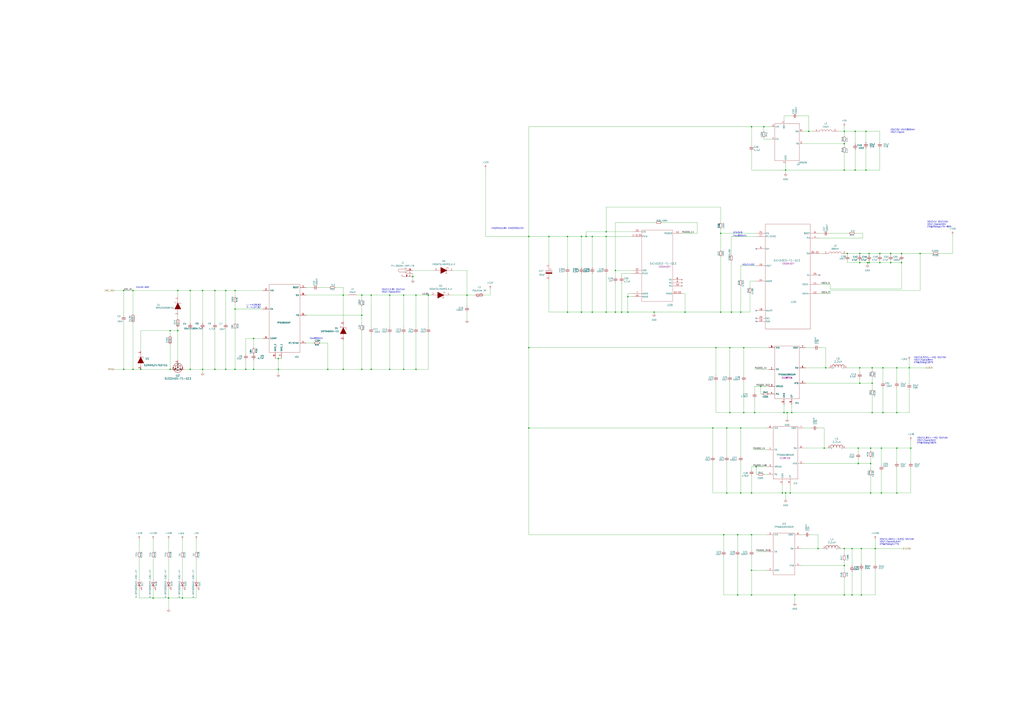
<source format=kicad_sch>
(kicad_sch (version 20231120) (generator "eeschema") (generator_version "8.0")
  (paper "A1")
  (title_block (title "RASBB") (date "2025-04-13") (rev "B") (company "Mina Daneshpajouh"))
  (lib_symbols
    (symbol "DC Jack:PJ-002AH-SMT-TR" (pin_names (offset 1.016))
      (property "Reference" "J" (at -7.6249 5.0833 0))
      (property "Value" "PJ-002AH-SMT-TR" (at -7.6244 -5.0829 0))
      (symbol "PJ-002AH-SMT-TR_0_0"
        (pin passive line (at 5.08 2.54 180) (length 5.08) (name "~") (number "1A"))
        (pin passive line (at 5.08 2.54 180) (length 5.08) (name "~") (number "1B"))
        (pin passive line (at 5.08 -2.54 180) (length 5.08) (name "~") (number "2"))
        (pin passive line (at 5.08 0 180) (length 5.08) (name "~") (number "3"))
      )
    )
    (symbol "Device:C_Small" (pin_numbers hide) (pin_names (offset 0.254) hide)
      (property "Reference" "C" (at 0.254 1.778 0))
      (property "Value" "C_Small" (at 0.254 -2.032 0))
      (symbol "C_Small_1_1"
        (pin passive line (at 0 2.54 270) (length 2.032) (name "~") (number "1"))
        (pin passive line (at 0 -2.54 90) (length 2.032) (name "~") (number "2"))
      )
    )
    (symbol "Device:L" (pin_numbers hide) (pin_names (offset 1.016) hide)
      (property "Reference" "L" (at -1.27 0 90))
      (property "Value" "L" (at 1.905 0 90))
      (symbol "L_1_1"
        (pin passive line (at 0 3.81 270) (length 1.27) (name "1") (number "1"))
        (pin passive line (at 0 -3.81 90) (length 1.27) (name "2") (number "2"))
      )
    )
    (symbol "Device:LED" (pin_numbers hide) (pin_names (offset 1.016) hide)
      (property "Reference" "D" (at 0 2.54 0))
      (property "Value" "LED" (at 0 -2.54 0))
      (symbol "LED_1_1"
        (pin passive line (at -3.81 0 0) (length 2.54) (name "K") (number "1"))
        (pin passive line (at 3.81 0 180) (length 2.54) (name "A") (number "2"))
      )
    )
    (symbol "Device:Polyfuse" (pin_numbers hide) (pin_names (offset 0))
      (property "Reference" "F" (at -2.54 0 90))
      (property "Value" "Polyfuse" (at 2.54 0 90))
      (symbol "Polyfuse_1_1"
        (pin passive line (at 0 3.81 270) (length 1.27) (name "~") (number "1"))
        (pin passive line (at 0 -3.81 90) (length 1.27) (name "~") (number "2"))
      )
    )
    (symbol "Device:R" (pin_numbers hide) (pin_names (offset 0))
      (property "Reference" "R" (at 2.032 0 90))
      (property "Value" "R" (at 0 0 90))
      (symbol "R_1_1"
        (pin passive line (at 0 3.81 270) (length 1.27) (name "~") (number "1"))
        (pin passive line (at 0 -3.81 90) (length 1.27) (name "~") (number "2"))
      )
    )
    (symbol "Device:R_Small" (pin_numbers hide) (pin_names (offset 0.254) hide)
      (property "Reference" "R" (at 0.762 0.508 0))
      (property "Value" "R_Small" (at 0.762 -1.016 0))
      (symbol "R_Small_1_1"
        (pin passive line (at 0 2.54 270) (length 0.762) (name "~") (number "1"))
        (pin passive line (at 0 -2.54 90) (length 0.762) (name "~") (number "2"))
      )
    )
    (symbol "JW5026_1"
      (property "Reference" "U7" (at 14.224 -27.178 0))
      (property "Value" "~" (at 15.24 -25.654 0))
      (symbol "JW5026_1_1_1"
        (pin input line (at 3.81 8.89 270) (length 2.54) (name "BST") (number "1"))
        (pin passive line (at 5.08 -26.67 90) (length 2.54) (name "GND") (number "2"))
        (pin input line (at 19.05 -10.16 180) (length 2.54) (name "FB") (number "3"))
        (pin input line (at -6.35 -6.35 0) (length 2.54) (name "EN") (number "4"))
        (pin power_in line (at -6.35 3.81 0) (length 2.54) (name "VIN") (number "5"))
        (pin output line (at 19.05 0 180) (length 2.54) (name "SW") (number "6"))
      )
    )
    (symbol "LOGW_Library:SI2324DS-T1-GE3" (pin_names (offset 0.254))
      (property "Reference" "U2" (at 12.7 0 90))
      (property "Value" "SI2324DS-T1-GE3" (at 15.24 0 90))
      (symbol "SI2324DS-T1-GE3_0_1"
        (pin unspecified line (at 0 0 0) (length 2.54) (name "G") (number "1"))
      )
      (symbol "SI2324DS-T1-GE3_1_1"
        (pin unspecified line (at 7.62 -5.08 90) (length 2.54) (name "S") (number "2"))
        (pin unspecified line (at 7.62 5.08 270) (length 2.54) (name "D") (number "3"))
      )
    )
    (symbol "LOGW_Library:SZMMSZ4702T1G" (pin_names (offset 0.254))
      (property "Reference" "U" (at 9.906 -4.572 0))
      (property "Value" "SZMMSZ4702T1G" (at 18.542 -6.604 0))
      (symbol "SZMMSZ4702T1G_0_0"
        (pin passive line (at 6.35 0 0) (length 2.54) (name "~") (number "1"))
        (pin passive line (at 21.59 0 180) (length 2.54) (name "~") (number "2"))
      )
    )
    (symbol "RASBB_Library:EEE-FP1V331AP" (pin_names (offset 0.762))
      (property "Reference" "C" (at 8.89 6.35 0))
      (property "Value" "EEE-FP1V331AP" (at 8.89 3.81 0))
      (symbol "EEE-FP1V331AP_0_0"
        (pin passive line (at 0 0 0) (length 2.54) (name "~") (number "1"))
        (pin passive line (at 12.7 0 180) (length 2.54) (name "~") (number "2"))
      )
    )
    (symbol "RASBB_Library:IHLP2525CZER220M1A" (pin_names (offset 0.254))
      (property "Reference" "L" (at 6.985 5.08 0))
      (property "Value" "IHLP2525CZER220M1A" (at 6.985 -2.54 0))
      (symbol "IHLP2525CZER220M1A_1_1"
        (pin unspecified line (at 15.24 0 180) (length 2.54) (name "1") (number "1"))
        (pin unspecified line (at 0 0 0) (length 2.54) (name "2") (number "2"))
      )
      (symbol "IHLP2525CZER220M1A_1_2"
        (pin unspecified line (at 0 15.24 270) (length 2.54) (name "1") (number "1"))
        (pin unspecified line (at 0 0 90) (length 2.54) (name "2") (number "2"))
      )
    )
    (symbol "RASBB_Library:IHLP4040DZERR36M01" (pin_names (offset 0.762))
      (property "Reference" "L" (at 16.51 6.35 0))
      (property "Value" "IHLP4040DZERR36M01" (at 16.51 3.81 0))
      (symbol "IHLP4040DZERR36M01_0_0"
        (pin passive line (at 0 0 0) (length 5.08) (name "~") (number "1"))
        (pin passive line (at 20.32 0 180) (length 5.08) (name "~") (number "2"))
      )
    )
    (symbol "RASBB_Library:MMSZ5255BT1G" (pin_names (offset 0.762))
      (property "Reference" "Z" (at 10.16 8.89 0))
      (property "Value" "MMSZ5255BT1G" (at 10.16 6.35 0))
      (symbol "MMSZ5255BT1G_0_0"
        (pin passive line (at 0 0 0) (length 2.54) (name "~") (number "1"))
        (pin passive line (at 15.24 0 180) (length 2.54) (name "~") (number "2"))
      )
    )
    (symbol "RASBB_Library:RT6365GSP" (pin_names (offset 0.762))
      (property "Reference" "IC" (at 23.876 -56.896 0))
      (property "Value" "RT6365GSP" (at 23.876 -59.436 0))
      (property "LCSC Part # " "C3024482" (at 26.162 -54.356 0))
      (symbol "RT6365GSP_0_0"
        (pin passive line (at 35.56 0 180) (length 5.08) (name "BOOT") (number "1"))
        (pin passive line (at 0 -2.54 0) (length 5.08) (name "VIN") (number "2"))
        (pin passive line (at 0 -17.78 0) (length 5.08) (name "EN") (number "3"))
        (pin passive line (at 35.56 -45.72 180) (length 5.08) (name "RT/SYNC") (number "4"))
        (pin passive line (at 35.56 -22.86 180) (length 5.08) (name "FB") (number "5"))
        (pin passive line (at 0 -41.91 0) (length 5.08) (name "COMP") (number "6"))
        (pin passive line (at 15.24 -58.42 90) (length 5.08) (name "GND_1") (number "7"))
        (pin passive line (at 35.56 -6.35 180) (length 5.08) (name "SW") (number "8"))
        (pin passive line (at 10.16 -58.42 90) (length 5.08) (name "GND_2") (number "9"))
      )
    )
    (symbol "RASBB_Library:SDT5A60SA-13" (pin_names (offset 0.762))
      (property "Reference" "D" (at 12.7 8.89 0))
      (property "Value" "SDT5A60SA-13" (at 12.7 6.35 0))
      (symbol "SDT5A60SA-13_0_0"
        (pin passive line (at 2.54 0 0) (length 2.54) (name "~") (number "1"))
        (pin passive line (at 17.78 0 180) (length 2.54) (name "~") (number "2"))
      )
    )
    (symbol "RASBB_Library:SIC450ED-T1-GE3" (pin_names (offset 0.254))
      (property "Reference" "U3" (at 30.734 -56.388 0))
      (property "Value" "SIC453ED-T1-GE3" (at 25.146 -22.352 0))
      (property "LCSC Part #" "C5334327" (at 26.416 -24.892 0))
      (symbol "SIC450ED-T1-GE3_1_1"
        (pin unspecified line (at 52.07 -41.91 180) (length 7.62) (name "VSEN-") (number "11"))
        (pin unspecified line (at 52.07 -49.53 180) (length 7.62) (name "VSEN+") (number "12"))
        (pin unspecified line (at 0 -39.37 0) (length 7.62) (name "ADDR") (number "14"))
        (pin unspecified line (at 0 -26.67 0) (length 7.62) (name "VSET") (number "15"))
        (pin unspecified line (at 0 -2.54 0) (length 7.62) (name "RT/SYNC") (number "17"))
        (pin unspecified line (at 0 -63.5 0) (length 7.62) (name "SALRT") (number "18"))
        (pin bidirectional line (at 0 -72.39 0) (length 7.62) (name "SDA") (number "19"))
        (pin input line (at 0 -69.85 0) (length 7.62) (name "SCL") (number "20"))
        (pin input line (at 0 0 0) (length 7.62) (name "EN") (number "21"))
        (pin unspecified line (at 52.07 -34.29 180) (length 7.62) (name "GL") (number "25"))
        (pin unspecified line (at 52.07 -16.51 180) (length 7.62) (name "SW") (number "26-31"))
        (pin input line (at 52.07 -3.81 180) (length 7.62) (name "PH") (number "4"))
        (pin input line (at 0 -12.7 0) (length 7.62) (name "GH") (number "5"))
        (pin power_out line (at 52.07 0 180) (length 7.62) (name "BOOT") (number "6"))
      )
      (symbol "SIC450ED-T1-GE3_2_1"
        (pin power_in line (at 0 0 0) (length 7.62) (name "PVIN") (number "1-3/34"))
        (pin no_connect line (at 40.64 -40.64 180) (length 7.62) (name "NC") (number "10"))
        (pin power_in line (at 40.64 2.54 180) (length 7.62) (name "PGOOD") (number "13"))
        (pin passive line (at 0 -49.53 0) (length 7.62) (name "AGND") (number "16"))
        (pin power_in line (at 0 -27.94 0) (length 7.62) (name "VDD") (number "22"))
        (pin power_in line (at 0 3.81 0) (length 7.62) (name "VIN") (number "23"))
        (pin power_in line (at 0 -30.48 0) (length 7.62) (name "PVCC") (number "24"))
        (pin passive line (at 40.64 -46.99 180) (length 7.62) (name "PGND") (number "32/33"))
        (pin passive line (at 0 -46.99 0) (length 7.62) (name "AGND") (number "7"))
        (pin no_connect line (at 40.64 -35.56 180) (length 7.62) (name "NC") (number "8"))
        (pin no_connect line (at 40.64 -38.1 180) (length 7.62) (name "NC") (number "9"))
      )
    )
    (symbol "RASBB_Library:TPS563201DDCR" (pin_names (offset 0.762))
      (property "Reference" "IC6" (at 13.97 7.62 0))
      (property "Value" "TPS563201DDCR" (at 13.97 5.08 0))
      (property "LCSC Part # " "C116592" (at 13.97 2.54 0))
      (symbol "TPS563201DDCR_0_0"
        (pin passive line (at 0 -30.48 0) (length 5.08) (name "GND") (number "1"))
        (pin output line (at 27.94 -12.7 180) (length 5.08) (name "SW") (number "2"))
        (pin power_in line (at 0 -1.27 0) (length 5.08) (name "VIN") (number "3"))
        (pin input line (at 27.94 -26.67 180) (length 5.08) (name "VFB") (number "4"))
        (pin input line (at 0 -15.24 0) (length 5.08) (name "EN") (number "5"))
        (pin output line (at 27.94 -1.27 180) (length 5.08) (name "VBST") (number "6"))
      )
    )
    (symbol "RASBB_Library:TPS56528DDAR" (pin_names (offset 0.762))
      (property "Reference" "IC" (at 22.606 -43.434 0))
      (property "Value" "TPS56528DDAR" (at 14.986 -55.626 0))
      (symbol "TPS56528DDAR_0_0"
        (pin input line (at 0 -16.51 0) (length 5.08) (name "EN") (number "1"))
        (pin input line (at 30.48 -27.94 180) (length 5.08) (name "VFB") (number "2"))
        (pin output line (at 0 -30.48 0) (length 5.08) (name "VREG5") (number "3"))
        (pin output line (at 0 -36.83 0) (length 5.08) (name "PG") (number "4"))
        (pin passive line (at 12.7 -45.72 90) (length 5.08) (name "GND") (number "5"))
        (pin output line (at 30.48 -15.24 180) (length 5.08) (name "SW") (number "6"))
        (pin output line (at 30.48 1.27 180) (length 5.08) (name "VBST") (number "7"))
        (pin power_in line (at 0 1.27 0) (length 5.08) (name "VIN") (number "8"))
        (pin passive line (at 19.05 -45.72 90) (length 5.08) (name "EP") (number "9"))
      )
    )
    (symbol "RASBB_Library:VSSAF5L45HM3_A_H" (pin_names (offset 0.762))
      (property "Reference" "D" (at 12.7 8.89 0))
      (property "Value" "VSSAF5L45HM3_A_H" (at 12.7 6.35 0))
      (symbol "VSSAF5L45HM3_A_H_0_0"
        (pin passive line (at 2.54 0 0) (length 2.54) (name "~") (number "1"))
        (pin passive line (at 17.78 0 180) (length 2.54) (name "~") (number "2"))
      )
    )
    (symbol "SIC450ED-T1-GE3_1" (pin_names (offset 0.254))
      (property "Reference" "U3" (at 30.734 -56.388 0))
      (property "Value" "SIC453ED-T1-GE3" (at 25.146 -22.352 0))
      (property "LCSC Part #" "C5334327" (at 26.416 -24.892 0))
      (symbol "SIC450ED-T1-GE3_1_1_1"
        (pin unspecified line (at 52.07 -41.91 180) (length 7.62) (name "VSEN-") (number "11"))
        (pin unspecified line (at 52.07 -49.53 180) (length 7.62) (name "VSEN+") (number "12"))
        (pin unspecified line (at 0 -39.37 0) (length 7.62) (name "ADDR") (number "14"))
        (pin unspecified line (at 0 -26.67 0) (length 7.62) (name "VSET") (number "15"))
        (pin unspecified line (at 0 -2.54 0) (length 7.62) (name "RT/SYNC") (number "17"))
        (pin unspecified line (at 0 -63.5 0) (length 7.62) (name "SALRT") (number "18"))
        (pin bidirectional line (at 0 -72.39 0) (length 7.62) (name "SDA") (number "19"))
        (pin input line (at 0 -69.85 0) (length 7.62) (name "SCL") (number "20"))
        (pin input line (at 0 0 0) (length 7.62) (name "EN") (number "21"))
        (pin unspecified line (at 52.07 -34.29 180) (length 7.62) (name "GL") (number "25"))
        (pin unspecified line (at 52.07 -16.51 180) (length 7.62) (name "SW") (number "26-31"))
        (pin input line (at 52.07 -3.81 180) (length 7.62) (name "PH") (number "4"))
        (pin input line (at 0 -12.7 0) (length 7.62) (name "GH") (number "5"))
        (pin power_out line (at 52.07 0 180) (length 7.62) (name "BOOT") (number "6"))
      )
      (symbol "SIC450ED-T1-GE3_1_2_1"
        (pin power_in line (at 0 0 0) (length 7.62) (name "PVIN") (number "1-3/34"))
        (pin no_connect line (at 40.64 -40.64 180) (length 7.62) (name "NC") (number "10"))
        (pin power_in line (at 40.64 2.54 180) (length 7.62) (name "PGOOD") (number "13"))
        (pin passive line (at 0 -49.53 0) (length 7.62) (name "AGND") (number "16"))
        (pin power_in line (at 0 -27.94 0) (length 7.62) (name "VDD") (number "22"))
        (pin power_in line (at 0 3.81 0) (length 7.62) (name "VIN") (number "23"))
        (pin power_in line (at 0 -30.48 0) (length 7.62) (name "PVCC") (number "24"))
        (pin passive line (at 40.64 -46.99 180) (length 7.62) (name "PGND") (number "32/33"))
        (pin passive line (at 0 -46.99 0) (length 7.62) (name "AGND") (number "7"))
        (pin no_connect line (at 40.64 -35.56 180) (length 7.62) (name "NC") (number "8"))
        (pin no_connect line (at 40.64 -38.1 180) (length 7.62) (name "NC") (number "9"))
      )
    )
    (symbol "power:+12V" (power) (pin_numbers hide) (pin_names (offset 0) hide)
      (property "Value" "+12V" (at 0 3.556 0))
      (symbol "+12V_1_1"
        (pin power_in line (at 0 0 90) (length 0) (name "~") (number "1"))
      )
    )
    (symbol "power:+1V0" (power) (pin_numbers hide) (pin_names (offset 0) hide)
      (property "Value" "+1V0" (at 0 3.556 0))
      (symbol "+1V0_1_1"
        (pin power_in line (at 0 0 90) (length 0) (name "~") (number "1"))
      )
    )
    (symbol "power:+1V35" (power) (pin_numbers hide) (pin_names (offset 0) hide)
      (property "Value" "+1V35" (at 0 3.556 0))
      (symbol "+1V35_1_1"
        (pin power_in line (at 0 0 90) (length 0) (name "~") (number "1"))
      )
    )
    (symbol "power:+1V8" (power) (pin_numbers hide) (pin_names (offset 0) hide)
      (property "Value" "+1V8" (at 0 3.556 0))
      (symbol "+1V8_1_1"
        (pin power_in line (at 0 0 90) (length 0) (name "~") (number "1"))
      )
    )
    (symbol "power:+3.3V" (power) (pin_numbers hide) (pin_names (offset 0) hide)
      (property "Value" "+3.3V" (at 0 3.556 0))
      (symbol "+3.3V_1_1"
        (pin power_in line (at 0 0 90) (length 0) (name "~") (number "1"))
      )
    )
    (symbol "power:+5V" (power) (pin_numbers hide) (pin_names (offset 0) hide)
      (property "Value" "+5V" (at 0 3.556 0))
      (symbol "+5V_1_1"
        (pin power_in line (at 0 0 90) (length 0) (name "~") (number "1"))
      )
    )
    (symbol "power:GND" (power) (pin_numbers hide) (pin_names (offset 0) hide)
      (property "Value" "GND" (at 0 -3.81 0))
      (symbol "GND_1_1"
        (pin power_in line (at 0 0 270) (length 0) (name "~") (number "1"))
      )
    )
  )
  (junction (at 731.52 215.9))
  (junction (at 466.09 256.54))
  (junction (at 706.12 208.28))
  (junction (at 185.42 303.53))
  (junction (at 693.42 118.11))
  (junction (at 193.04 303.53))
  (junction (at 434.34 194.31))
  (junction (at 109.22 303.53))
  (junction (at 208.28 303.53))
  (junction (at 693.42 139.7))
  (junction (at 497.84 194.31))
  (junction (at 617.22 405.13))
  (junction (at 486.41 256.54))
  (junction (at 596.9 351.79))
  (junction (at 585.47 351.79))
  (junction (at 497.84 190.5))
  (junction (at 699.77 450.85))
  (junction (at 515.62 256.54))
  (junction (at 599.44 339.09))
  (junction (at 619.76 339.09))
  (junction (at 693.42 107.95))
  (junction (at 731.52 208.28))
  (junction (at 383.54 242.57))
  (junction (at 617.22 468.63))
  (junction (at 594.36 439.42))
  (junction (at 642.62 405.13))
  (junction (at 605.79 488.95))
  (junction (at 736.6 302.26))
  (junction (at 208.28 278.13))
  (junction (at 652.78 488.95))
  (junction (at 201.93 303.53))
  (junction (at 537.21 256.54))
  (junction (at 716.28 339.09))
  (junction (at 515.62 243.84))
  (junction (at 562.61 256.54))
  (junction (at 740.41 208.28))
  (junction (at 138.43 491.49))
  (junction (at 185.42 238.76))
  (junction (at 627.38 104.14))
  (junction (at 648.97 405.13))
  (junction (at 486.41 194.31))
  (junction (at 101.6 238.76))
  (junction (at 706.12 302.26))
  (junction (at 610.87 285.75))
  (junction (at 693.42 488.95))
  (junction (at 176.53 238.76))
  (junction (at 125.73 491.49))
  (junction (at 610.87 339.09))
  (junction (at 341.63 242.57))
  (junction (at 466.09 194.31))
  (junction (at 693.42 450.85))
  (junction (at 715.01 405.13))
  (junction (at 304.8 242.57))
  (junction (at 115.57 303.53))
  (junction (at 297.18 242.57))
  (junction (at 715.01 381))
  (junction (at 755.65 208.28))
  (junction (at 505.46 256.54))
  (junction (at 624.84 317.5))
  (junction (at 320.04 242.57))
  (junction (at 704.85 368.3))
  (junction (at 320.04 303.53))
  (junction (at 351.79 242.57))
  (junction (at 146.05 238.76))
  (junction (at 702.31 107.95))
  (junction (at 608.33 405.13))
  (junction (at 510.54 256.54))
  (junction (at 723.9 368.3))
  (junction (at 193.04 238.76))
  (junction (at 228.6 303.53))
  (junction (at 646.43 339.09))
  (junction (at 707.39 488.95))
  (junction (at 664.21 107.95))
  (junction (at 156.21 303.53))
  (junction (at 331.47 242.57))
  (junction (at 331.47 303.53))
  (junction (at 608.33 351.79))
  (junction (at 156.21 238.76))
  (junction (at 608.33 256.54))
  (junction (at 617.22 439.42))
  (junction (at 101.6 303.53))
  (junction (at 269.24 303.53))
  (junction (at 736.6 405.13))
  (junction (at 645.16 405.13))
  (junction (at 497.84 256.54))
  (junction (at 716.28 302.26))
  (junction (at 736.6 368.3))
  (junction (at 718.82 450.85))
  (junction (at 706.12 215.9))
  (junction (at 713.74 215.9))
  (junction (at 304.8 303.53))
  (junction (at 643.89 339.09))
  (junction (at 166.37 238.76))
  (junction (at 711.2 107.95))
  (junction (at 146.05 271.78))
  (junction (at 139.7 303.53))
  (junction (at 228.6 294.64))
  (junction (at 600.71 256.54))
  (junction (at 109.22 238.76))
  (junction (at 617.22 488.95))
  (junction (at 596.9 405.13))
  (junction (at 707.39 450.85))
  (junction (at 676.91 368.3))
  (junction (at 341.63 303.53))
  (junction (at 588.01 285.75))
  (junction (at 450.85 194.31))
  (junction (at 645.16 139.7))
  (junction (at 591.82 191.77))
  (junction (at 704.85 381))
  (junction (at 477.52 194.31))
  (junction (at 650.24 339.09))
  (junction (at 477.52 256.54))
  (junction (at 605.79 439.42))
  (junction (at 722.63 208.28))
  (junction (at 725.17 302.26))
  (junction (at 722.63 215.9))
  (junction (at 678.18 302.26))
  (junction (at 712.47 215.9))
  (junction (at 281.94 303.53))
  (junction (at 706.12 314.96))
  (junction (at 711.2 139.7))
  (junction (at 746.76 302.26))
  (junction (at 671.83 450.85))
  (junction (at 713.74 208.28))
  (junction (at 297.18 259.08))
  (junction (at 166.37 303.53))
  (junction (at 693.42 464.82))
  (junction (at 723.9 405.13))
  (junction (at 505.46 222.25))
  (junction (at 339.09 227.33))
  (junction (at 736.6 339.09))
  (junction (at 193.04 254))
  (junction (at 434.34 285.75))
  (junction (at 591.82 256.54))
  (junction (at 149.86 491.49))
  (junction (at 281.94 242.57))
  (junction (at 715.01 368.3))
  (junction (at 297.18 303.53))
  (junction (at 176.53 303.53))
  (junction (at 748.03 368.3))
  (junction (at 699.77 488.95))
  (junction (at 481.33 194.31))
  (junction (at 725.17 339.09))
  (junction (at 599.44 285.75))
  (junction (at 139.7 271.78))
  (junction (at 740.41 215.9))
  (junction (at 702.31 139.7))
  (junction (at 716.28 314.96))
  (junction (at 621.03 383.54))
  (junction (at 434.34 351.79))
  (junction (at 617.22 104.14))
  (junction (at 695.96 208.28))
  (no_connect (at 673.1 226.06))
  (no_connect (at 621.03 204.47))
  (no_connect (at 621.03 255.27))
  (no_connect (at 621.03 264.16))
  (no_connect (at 621.03 261.62))
  (wire (pts (xy 372.11 222.25) (xy 383.54 222.25)))
  (wire (pts (xy 331.47 274.32) (xy 331.47 303.53)))
  (wire (pts (xy 617.22 488.95) (xy 652.78 488.95)))
  (wire (pts (xy 702.31 107.95) (xy 711.2 107.95)))
  (wire (pts (xy 166.37 270.51) (xy 166.37 303.53)))
  (wire (pts (xy 176.53 238.76) (xy 185.42 238.76)))
  (wire (pts (xy 101.6 303.53) (xy 109.22 303.53)))
  (wire (pts (xy 671.83 439.42) (xy 671.83 450.85)))
  (wire (pts (xy 619.76 303.53) (xy 631.19 303.53)))
  (wire (pts (xy 161.29 443.23) (xy 161.29 453.39)))
  (wire (pts (xy 594.36 439.42) (xy 594.36 452.12)))
  (wire (pts (xy 718.82 450.85) (xy 741.68 450.85)))
  (wire (pts (xy 397.51 242.57) (xy 402.59 242.57)))
  (wire (pts (xy 146.05 271.78) (xy 146.05 295.91)))
  (wire (pts (xy 671.83 351.79) (xy 676.91 351.79)))
  (wire (pts (xy 693.42 474.98) (xy 693.42 488.95)))
  (wire (pts (xy 351.79 274.32) (xy 351.79 303.53)))
  (wire (pts (xy 736.6 405.13) (xy 736.6 384.81)))
  (wire (pts (xy 633.73 104.14) (xy 627.38 104.14)))
  (wire (pts (xy 646.43 339.09) (xy 646.43 344.17)))
  (wire (pts (xy 161.29 491.49) (xy 149.86 491.49)))
  (wire (pts (xy 715.01 391.16) (xy 715.01 405.13)))
  (wire (pts (xy 695.96 302.26) (xy 706.12 302.26)))
  (wire (pts (xy 693.42 125.73) (xy 693.42 139.7)))
  (wire (pts (xy 646.43 339.09) (xy 650.24 339.09)))
  (wire (pts (xy 695.96 214.63) (xy 695.96 215.9)))
  (wire (pts (xy 138.43 458.47) (xy 138.43 476.25)))
  (wire (pts (xy 138.43 491.49) (xy 138.43 500.38)))
  (wire (pts (xy 746.76 339.09) (xy 736.6 339.09)))
  (wire (pts (xy 736.6 339.09) (xy 725.17 339.09)))
  (wire (pts (xy 304.8 242.57) (xy 320.04 242.57)))
  (wire (pts (xy 510.54 232.41) (xy 510.54 256.54)))
  (wire (pts (xy 486.41 224.79) (xy 486.41 256.54)))
  (wire (pts (xy 146.05 259.08) (xy 146.05 261.62)))
  (wire (pts (xy 297.18 242.57) (xy 297.18 246.38)))
  (wire (pts (xy 675.64 450.85) (xy 671.83 450.85)))
  (wire (pts (xy 731.52 208.28) (xy 740.41 208.28)))
  (wire (pts (xy 281.94 242.57) (xy 281.94 264.16)))
  (wire (pts (xy 591.82 187.96) (xy 591.82 191.77)))
  (wire (pts (xy 676.91 351.79) (xy 676.91 368.3)))
  (wire (pts (xy 139.7 271.78) (xy 146.05 271.78)))
  (wire (pts (xy 704.85 368.3) (xy 704.85 372.11)))
  (wire (pts (xy 585.47 405.13) (xy 596.9 405.13)))
  (wire (pts (xy 608.33 234.95) (xy 608.33 256.54)))
  (wire (pts (xy 515.62 241.3) (xy 515.62 243.84)))
  (wire (pts (xy 608.33 218.44) (xy 608.33 229.87)))
  (wire (pts (xy 619.76 339.09) (xy 643.89 339.09)))
  (wire (pts (xy 466.09 256.54) (xy 450.85 256.54)))
  (wire (pts (xy 510.54 224.79) (xy 510.54 227.33)))
  (wire (pts (xy 101.6 238.76) (xy 109.22 238.76)))
  (wire (pts (xy 746.76 302.26) (xy 746.76 314.96)))
  (wire (pts (xy 706.12 215.9) (xy 712.47 215.9)))
  (wire (pts (xy 748.03 405.13) (xy 736.6 405.13)))
  (wire (pts (xy 736.6 302.26) (xy 746.76 302.26)))
  (wire (pts (xy 560.07 241.3) (xy 562.61 241.3)))
  (wire (pts (xy 707.39 450.85) (xy 718.82 450.85)))
  (wire (pts (xy 681.99 237.49) (xy 681.99 233.68)))
  (wire (pts (xy 723.9 368.3) (xy 736.6 368.3)))
  (wire (pts (xy 657.86 439.42) (xy 660.4 439.42)))
  (wire (pts (xy 156.21 270.51) (xy 156.21 303.53)))
  (wire (pts (xy 708.66 195.58) (xy 708.66 191.77)))
  (wire (pts (xy 193.04 238.76) (xy 215.9 238.76)))
  (wire (pts (xy 176.53 303.53) (xy 185.42 303.53)))
  (wire (pts (xy 673.1 208.28) (xy 675.64 208.28)))
  (wire (pts (xy 434.34 285.75) (xy 434.34 351.79)))
  (wire (pts (xy 722.63 208.28) (xy 731.52 208.28)))
  (wire (pts (xy 746.76 320.04) (xy 746.76 339.09)))
  (wire (pts (xy 486.41 194.31) (xy 497.84 194.31)))
  (wire (pts (xy 621.03 453.39) (xy 629.92 453.39)))
  (wire (pts (xy 339.09 229.87) (xy 339.09 227.33)))
  (wire (pts (xy 537.21 256.54) (xy 537.21 257.81)))
  (wire (pts (xy 201.93 290.83) (xy 201.93 278.13)))
  (wire (pts (xy 339.09 224.79) (xy 339.09 227.33)))
  (wire (pts (xy 755.65 208.28) (xy 765.81 208.28)))
  (wire (pts (xy 650.24 332.74) (xy 650.24 339.09)))
  (wire (pts (xy 693.42 450.85) (xy 699.77 450.85)))
  (wire (pts (xy 497.84 224.79) (xy 497.84 256.54)))
  (wire (pts (xy 722.63 107.95) (xy 722.63 116.84)))
  (wire (pts (xy 619.76 327.66) (xy 619.76 339.09)))
  (wire (pts (xy 706.12 208.28) (xy 713.74 208.28)))
  (wire (pts (xy 466.09 224.79) (xy 466.09 256.54)))
  (wire (pts (xy 383.54 222.25) (xy 383.54 242.57)))
  (wire (pts (xy 740.41 214.63) (xy 740.41 215.9)))
  (wire (pts (xy 185.42 303.53) (xy 193.04 303.53)))
  (wire (pts (xy 678.18 285.75) (xy 678.18 302.26)))
  (wire (pts (xy 652.78 488.95) (xy 652.78 495.3)))
  (wire (pts (xy 109.22 238.76) (xy 109.22 257.81)))
  (wire (pts (xy 149.86 483.87) (xy 149.86 491.49)))
  (wire (pts (xy 723.9 387.35) (xy 723.9 405.13)))
  (wire (pts (xy 519.43 224.79) (xy 510.54 224.79)))
  (wire (pts (xy 339.09 222.25) (xy 356.87 222.25)))
  (wire (pts (xy 341.63 242.57) (xy 351.79 242.57)))
  (wire (pts (xy 599.44 339.09) (xy 610.87 339.09)))
  (wire (pts (xy 661.67 302.26) (xy 678.18 302.26)))
  (wire (pts (xy 477.52 219.71) (xy 477.52 194.31)))
  (wire (pts (xy 718.82 468.63) (xy 718.82 488.95)))
  (wire (pts (xy 599.44 285.75) (xy 599.44 308.61)))
  (wire (pts (xy 262.89 281.94) (xy 269.24 281.94)))
  (wire (pts (xy 706.12 208.28) (xy 706.12 209.55)))
  (wire (pts (xy 281.94 236.22) (xy 281.94 242.57)))
  (wire (pts (xy 497.84 170.18) (xy 497.84 190.5)))
  (wire (pts (xy 588.01 313.69) (xy 588.01 339.09)))
  (wire (pts (xy 156.21 303.53) (xy 166.37 303.53)))
  (wire (pts (xy 681.99 241.3) (xy 681.99 238.76)))
  (wire (pts (xy 713.74 208.28) (xy 713.74 209.55)))
  (wire (pts (xy 588.01 285.75) (xy 599.44 285.75)))
  (wire (pts (xy 608.33 351.79) (xy 608.33 374.65)))
  (wire (pts (xy 699.77 488.95) (xy 707.39 488.95)))
  (wire (pts (xy 716.28 314.96) (xy 716.28 320.04)))
  (wire (pts (xy 251.46 281.94) (xy 257.81 281.94)))
  (wire (pts (xy 486.41 256.54) (xy 497.84 256.54)))
  (wire (pts (xy 320.04 274.32) (xy 320.04 303.53)))
  (wire (pts (xy 138.43 483.87) (xy 138.43 491.49)))
  (wire (pts (xy 621.03 383.54) (xy 629.92 383.54)))
  (wire (pts (xy 673.1 285.75) (xy 678.18 285.75)))
  (wire (pts (xy 201.93 295.91) (xy 201.93 303.53)))
  (wire (pts (xy 588.01 285.75) (xy 588.01 308.61)))
  (wire (pts (xy 617.22 139.7) (xy 645.16 139.7)))
  (wire (pts (xy 585.47 351.79) (xy 585.47 374.65)))
  (wire (pts (xy 201.93 278.13) (xy 208.28 278.13)))
  (wire (pts (xy 693.42 464.82) (xy 693.42 469.9)))
  (wire (pts (xy 208.28 295.91) (xy 208.28 303.53)))
  (wire (pts (xy 351.79 242.57) (xy 354.33 242.57)))
  (wire (pts (xy 645.16 139.7) (xy 693.42 139.7)))
  (wire (pts (xy 572.77 182.88) (xy 572.77 191.77)))
  (wire (pts (xy 101.6 264.16) (xy 101.6 303.53)))
  (wire (pts (xy 699.77 450.85) (xy 699.77 464.82)))
  (wire (pts (xy 519.43 222.25) (xy 505.46 222.25)))
  (wire (pts (xy 716.28 304.8) (xy 716.28 302.26)))
  (wire (pts (xy 596.9 351.79) (xy 608.33 351.79)))
  (wire (pts (xy 138.43 491.49) (xy 149.86 491.49)))
  (wire (pts (xy 398.78 194.31) (xy 434.34 194.31)))
  (wire (pts (xy 596.9 351.79) (xy 596.9 374.65)))
  (wire (pts (xy 369.57 242.57) (xy 383.54 242.57)))
  (wire (pts (xy 770.89 208.28) (xy 782.32 208.28)))
  (wire (pts (xy 605.79 488.95) (xy 594.36 488.95)))
  (wire (pts (xy 208.28 303.53) (xy 228.6 303.53)))
  (wire (pts (xy 642.62 405.13) (xy 642.62 398.78)))
  (wire (pts (xy 193.04 254) (xy 215.9 254)))
  (wire (pts (xy 695.96 215.9) (xy 706.12 215.9)))
  (wire (pts (xy 486.41 219.71) (xy 486.41 194.31)))
  (wire (pts (xy 736.6 368.3) (xy 748.03 368.3)))
  (wire (pts (xy 228.6 294.64) (xy 231.14 294.64)))
  (wire (pts (xy 629.92 439.42) (xy 617.22 439.42)))
  (wire (pts (xy 650.24 339.09) (xy 716.28 339.09)))
  (wire (pts (xy 226.06 294.64) (xy 228.6 294.64)))
  (wire (pts (xy 93.98 238.76) (xy 101.6 238.76)))
  (wire (pts (xy 149.86 443.23) (xy 149.86 453.39)))
  (wire (pts (xy 652.78 488.95) (xy 693.42 488.95)))
  (wire (pts (xy 331.47 242.57) (xy 341.63 242.57)))
  (wire (pts (xy 497.84 194.31) (xy 519.43 194.31)))
  (wire (pts (xy 782.32 193.04) (xy 782.32 208.28)))
  (wire (pts (xy 706.12 311.15) (xy 706.12 314.96)))
  (wire (pts (xy 664.21 107.95) (xy 659.13 107.95)))
  (wire (pts (xy 605.79 439.42) (xy 605.79 452.12)))
  (wire (pts (xy 281.94 279.4) (xy 281.94 303.53)))
  (wire (pts (xy 645.16 405.13) (xy 642.62 405.13)))
  (wire (pts (xy 643.89 339.09) (xy 643.89 332.74)))
  (wire (pts (xy 715.01 375.92) (xy 715.01 381)))
  (wire (pts (xy 600.71 256.54) (xy 608.33 256.54)))
  (wire (pts (xy 645.16 139.7) (xy 645.16 142.24)))
  (wire (pts (xy 538.48 182.88) (xy 505.46 182.88)))
  (wire (pts (xy 621.03 218.44) (xy 608.33 218.44)))
  (wire (pts (xy 621.03 194.31) (xy 600.71 194.31)))
  (wire (pts (xy 680.72 191.77) (xy 697.23 191.77)))
  (wire (pts (xy 715.01 368.3) (xy 704.85 368.3)))
  (wire (pts (xy 139.7 271.78) (xy 139.7 275.59)))
  (wire (pts (xy 505.46 222.25) (xy 505.46 227.33)))
  (wire (pts (xy 515.62 243.84) (xy 515.62 256.54)))
  (wire (pts (xy 588.01 339.09) (xy 599.44 339.09)))
  (wire (pts (xy 716.28 339.09) (xy 725.17 339.09)))
  (wire (pts (xy 600.71 194.31) (xy 600.71 209.55)))
  (wire (pts (xy 627.38 389.89) (xy 629.92 389.89)))
  (wire (pts (xy 320.04 242.57) (xy 320.04 269.24)))
  (wire (pts (xy 617.22 439.42) (xy 605.79 439.42)))
  (wire (pts (xy 466.09 194.31) (xy 466.09 219.71)))
  (wire (pts (xy 617.22 383.54) (xy 617.22 386.08)))
  (wire (pts (xy 297.18 303.53) (xy 304.8 303.53)))
  (wire (pts (xy 481.33 190.5) (xy 497.84 190.5)))
  (wire (pts (xy 748.03 384.81) (xy 748.03 405.13)))
  (wire (pts (xy 660.4 381) (xy 704.85 381)))
  (wire (pts (xy 149.86 458.47) (xy 149.86 476.25)))
  (wire (pts (xy 627.38 113.03) (xy 627.38 114.3)))
  (wire (pts (xy 615.95 241.3) (xy 615.95 256.54)))
  (wire (pts (xy 617.22 468.63) (xy 629.92 468.63)))
  (wire (pts (xy 585.47 351.79) (xy 596.9 351.79)))
  (wire (pts (xy 572.77 191.77) (xy 560.07 191.77)))
  (wire (pts (xy 740.41 237.49) (xy 681.99 237.49)))
  (wire (pts (xy 716.28 309.88) (xy 716.28 314.96)))
  (wire (pts (xy 562.61 256.54) (xy 591.82 256.54)))
  (wire (pts (xy 297.18 242.57) (xy 304.8 242.57)))
  (wire (pts (xy 114.3 443.23) (xy 114.3 453.39)))
  (wire (pts (xy 109.22 303.53) (xy 115.57 303.53)))
  (wire (pts (xy 596.9 405.13) (xy 608.33 405.13)))
  (wire (pts (xy 645.16 405.13) (xy 648.97 405.13)))
  (wire (pts (xy 434.34 104.14) (xy 434.34 194.31)))
  (wire (pts (xy 715.01 370.84) (xy 715.01 368.3)))
  (wire (pts (xy 619.76 317.5) (xy 619.76 322.58)))
  (wire (pts (xy 269.24 303.53) (xy 281.94 303.53)))
  (wire (pts (xy 627.38 114.3) (xy 633.73 114.3)))
  (wire (pts (xy 608.33 405.13) (xy 617.22 405.13)))
  (wire (pts (xy 722.63 215.9) (xy 722.63 214.63)))
  (wire (pts (xy 660.4 368.3) (xy 676.91 368.3)))
  (wire (pts (xy 716.28 302.26) (xy 706.12 302.26)))
  (wire (pts (xy 466.09 256.54) (xy 477.52 256.54)))
  (wire (pts (xy 755.65 238.76) (xy 755.65 208.28)))
  (wire (pts (xy 688.34 107.95) (xy 693.42 107.95)))
  (wire (pts (xy 665.48 439.42) (xy 671.83 439.42)))
  (wire (pts (xy 678.18 302.26) (xy 680.72 302.26)))
  (wire (pts (xy 600.71 214.63) (xy 600.71 256.54)))
  (wire (pts (xy 101.6 238.76) (xy 101.6 259.08)))
  (wire (pts (xy 723.9 405.13) (xy 736.6 405.13)))
  (wire (pts (xy 331.47 242.57) (xy 331.47 269.24)))
  (wire (pts (xy 114.3 483.87) (xy 114.3 491.49)))
  (wire (pts (xy 156.21 265.43) (xy 156.21 238.76)))
  (wire (pts (xy 748.03 361.95) (xy 748.03 368.3)))
  (wire (pts (xy 713.74 208.28) (xy 722.63 208.28)))
  (wire (pts (xy 515.62 243.84) (xy 519.43 243.84)))
  (wire (pts (xy 713.74 215.9) (xy 713.74 214.63)))
  (wire (pts (xy 193.04 254) (xy 193.04 265.43)))
  (wire (pts (xy 562.61 241.3) (xy 562.61 256.54)))
  (wire (pts (xy 706.12 215.9) (xy 706.12 214.63)))
  (wire (pts (xy 341.63 242.57) (xy 341.63 269.24)))
  (wire (pts (xy 466.09 194.31) (xy 477.52 194.31)))
  (wire (pts (xy 702.31 139.7) (xy 711.2 139.7)))
  (wire (pts (xy 610.87 313.69) (xy 610.87 339.09)))
  (wire (pts (xy 740.41 215.9) (xy 740.41 237.49)))
  (wire (pts (xy 736.6 318.77) (xy 736.6 339.09)))
  (wire (pts (xy 297.18 259.08) (xy 297.18 266.7)))
  (wire (pts (xy 138.43 443.23) (xy 138.43 453.39)))
  (wire (pts (xy 661.67 314.96) (xy 706.12 314.96)))
  (wire (pts (xy 450.85 194.31) (xy 450.85 217.17)))
  (wire (pts (xy 497.84 256.54) (xy 505.46 256.54)))
  (wire (pts (xy 585.47 379.73) (xy 585.47 405.13)))
  (wire (pts (xy 275.59 236.22) (xy 281.94 236.22)))
  (wire (pts (xy 304.8 242.57) (xy 304.8 269.24)))
  (wire (pts (xy 477.52 224.79) (xy 477.52 256.54)))
  (wire (pts (xy 605.79 457.2) (xy 605.79 488.95)))
  (wire (pts (xy 731.52 215.9) (xy 731.52 214.63)))
  (wire (pts (xy 383.54 256.54) (xy 383.54 262.89)))
  (wire (pts (xy 740.41 208.28) (xy 755.65 208.28)))
  (wire (pts (xy 704.85 377.19) (xy 704.85 381)))
  (wire (pts (xy 193.04 248.92) (xy 193.04 254)))
  (wire (pts (xy 591.82 191.77) (xy 621.03 191.77)))
  (wire (pts (xy 151.13 303.53) (xy 156.21 303.53)))
  (wire (pts (xy 746.76 302.26) (xy 760.73 302.26)))
  (wire (pts (xy 736.6 302.26) (xy 736.6 313.69)))
  (wire (pts (xy 617.22 391.16) (xy 617.22 405.13)))
  (wire (pts (xy 645.16 139.7) (xy 645.16 134.62)))
  (wire (pts (xy 594.36 488.95) (xy 594.36 457.2)))
  (wire (pts (xy 383.54 242.57) (xy 389.89 242.57)))
  (wire (pts (xy 664.21 107.95) (xy 668.02 107.95)))
  (wire (pts (xy 693.42 118.11) (xy 693.42 120.65)))
  (wire (pts (xy 704.85 381) (xy 715.01 381)))
  (wire (pts (xy 746.76 295.91) (xy 746.76 302.26)))
  (wire (pts (xy 605.79 439.42) (xy 594.36 439.42)))
  (wire (pts (xy 166.37 303.53) (xy 176.53 303.53)))
  (wire (pts (xy 706.12 314.96) (xy 716.28 314.96)))
  (wire (pts (xy 269.24 303.53) (xy 228.6 303.53)))
  (wire (pts (xy 711.2 139.7) (xy 711.2 121.92)))
  (wire (pts (xy 497.84 194.31) (xy 497.84 219.71)))
  (wire (pts (xy 537.21 256.54) (xy 562.61 256.54)))
  (wire (pts (xy 320.04 242.57) (xy 331.47 242.57)))
  (wire (pts (xy 615.95 256.54) (xy 608.33 256.54)))
  (wire (pts (xy 693.42 107.95) (xy 693.42 111.76)))
  (wire (pts (xy 693.42 107.95) (xy 702.31 107.95)))
  (wire (pts (xy 618.49 369.57) (xy 629.92 369.57)))
  (wire (pts (xy 676.91 368.3) (xy 679.45 368.3)))
  (wire (pts (xy 481.33 194.31) (xy 486.41 194.31)))
  (wire (pts (xy 351.79 242.57) (xy 351.79 269.24)))
  (wire (pts (xy 201.93 303.53) (xy 208.28 303.53)))
  (wire (pts (xy 693.42 461.01) (xy 693.42 464.82)))
  (wire (pts (xy 716.28 325.12) (xy 716.28 339.09)))
  (wire (pts (xy 125.73 443.23) (xy 125.73 453.39)))
  (wire (pts (xy 115.57 271.78) (xy 139.7 271.78)))
  (wire (pts (xy 699.77 450.85) (xy 707.39 450.85)))
  (wire (pts (xy 139.7 303.53) (xy 140.97 303.53)))
  (wire (pts (xy 297.18 259.08) (xy 251.46 259.08)))
  (wire (pts (xy 434.34 439.42) (xy 594.36 439.42)))
  (wire (pts (xy 736.6 368.3) (xy 736.6 379.73)))
  (wire (pts (xy 627.38 104.14) (xy 627.38 107.95)))
  (wire (pts (xy 402.59 237.49) (xy 402.59 242.57)))
  (wire (pts (xy 711.2 107.95) (xy 722.63 107.95)))
  (wire (pts (xy 125.73 491.49) (xy 114.3 491.49)))
  (wire (pts (xy 166.37 238.76) (xy 166.37 265.43)))
  (wire (pts (xy 505.46 256.54) (xy 510.54 256.54)))
  (wire (pts (xy 681.99 238.76) (xy 755.65 238.76)))
  (wire (pts (xy 138.43 491.49) (xy 125.73 491.49)))
  (wire (pts (xy 617.22 488.95) (xy 605.79 488.95)))
  (wire (pts (xy 93.98 303.53) (xy 101.6 303.53)))
  (wire (pts (xy 398.78 138.43) (xy 398.78 194.31)))
  (wire (pts (xy 193.04 270.51) (xy 193.04 303.53)))
  (wire (pts (xy 320.04 303.53) (xy 331.47 303.53)))
  (wire (pts (xy 645.16 405.13) (xy 645.16 410.21)))
  (wire (pts (xy 193.04 303.53) (xy 201.93 303.53)))
  (wire (pts (xy 109.22 265.43) (xy 109.22 303.53)))
  (wire (pts (xy 228.6 303.53) (xy 228.6 307.34)))
  (wire (pts (xy 657.86 450.85) (xy 671.83 450.85)))
  (wire (pts (xy 610.87 285.75) (xy 610.87 308.61)))
  (wire (pts (xy 608.33 351.79) (xy 629.92 351.79)))
  (wire (pts (xy 510.54 256.54) (xy 515.62 256.54)))
  (wire (pts (xy 617.22 104.14) (xy 617.22 119.38)))
  (wire (pts (xy 617.22 383.54) (xy 621.03 383.54)))
  (wire (pts (xy 725.17 302.26) (xy 736.6 302.26)))
  (wire (pts (xy 624.84 323.85) (xy 626.11 323.85)))
  (wire (pts (xy 731.52 209.55) (xy 731.52 208.28)))
  (wire (pts (xy 621.03 389.89) (xy 622.3 389.89)))
  (wire (pts (xy 718.82 450.85) (xy 718.82 463.55)))
  (wire (pts (xy 293.37 242.57) (xy 297.18 242.57)))
  (wire (pts (xy 193.04 238.76) (xy 193.04 243.84)))
  (wire (pts (xy 176.53 270.51) (xy 176.53 303.53)))
  (wire (pts (xy 673.1 233.68) (xy 681.99 233.68)))
  (wire (pts (xy 481.33 190.5) (xy 481.33 194.31)))
  (wire (pts (xy 673.1 191.77) (xy 675.64 191.77)))
  (wire (pts (xy 505.46 222.25) (xy 505.46 182.88)))
  (wire (pts (xy 715.01 405.13) (xy 723.9 405.13)))
  (wire (pts (xy 706.12 302.26) (xy 706.12 306.07)))
  (wire (pts (xy 109.22 238.76) (xy 146.05 238.76)))
  (wire (pts (xy 161.29 483.87) (xy 161.29 491.49)))
  (wire (pts (xy 617.22 468.63) (xy 617.22 488.95)))
  (wire (pts (xy 748.03 368.3) (xy 748.03 379.73)))
  (wire (pts (xy 615.95 236.22) (xy 615.95 231.14)))
  (wire (pts (xy 624.84 317.5) (xy 624.84 323.85)))
  (wire (pts (xy 617.22 405.13) (xy 642.62 405.13)))
  (wire (pts (xy 646.43 339.09) (xy 643.89 339.09)))
  (wire (pts (xy 297.18 251.46) (xy 297.18 259.08)))
  (wire (pts (xy 722.63 215.9) (xy 731.52 215.9)))
  (wire (pts (xy 693.42 450.85) (xy 693.42 455.93)))
  (wire (pts (xy 693.42 488.95) (xy 699.77 488.95)))
  (wire (pts (xy 297.18 271.78) (xy 297.18 303.53)))
  (wire (pts (xy 695.96 208.28) (xy 695.96 209.55)))
  (wire (pts (xy 515.62 256.54) (xy 537.21 256.54)))
  (wire (pts (xy 673.1 195.58) (xy 708.66 195.58)))
  (wire (pts (xy 722.63 208.28) (xy 722.63 209.55)))
  (wire (pts (xy 281.94 242.57) (xy 285.75 242.57)))
  (wire (pts (xy 434.34 194.31) (xy 450.85 194.31)))
  (wire (pts (xy 166.37 306.07) (xy 166.37 303.53)))
  (wire (pts (xy 627.38 104.14) (xy 617.22 104.14)))
  (wire (pts (xy 156.21 238.76) (xy 166.37 238.76)))
  (wire (pts (xy 591.82 205.74) (xy 591.82 191.77)))
  (wire (pts (xy 125.73 458.47) (xy 125.73 476.25)))
  (wire (pts (xy 713.74 215.9) (xy 722.63 215.9)))
  (wire (pts (xy 711.2 107.95) (xy 711.2 116.84)))
  (wire (pts (xy 591.82 256.54) (xy 600.71 256.54)))
  (wire (pts (xy 610.87 339.09) (xy 619.76 339.09)))
  (wire (pts (xy 434.34 194.31) (xy 434.34 285.75)))
  (wire (pts (xy 450.85 229.87) (xy 450.85 256.54)))
  (wire (pts (xy 434.34 351.79) (xy 434.34 439.42)))
  (wire (pts (xy 543.56 182.88) (xy 572.77 182.88)))
  (wire (pts (xy 341.63 303.53) (xy 351.79 303.53)))
  (wire (pts (xy 664.21 95.25) (xy 664.21 107.95)))
  (wire (pts (xy 383.54 242.57) (xy 383.54 251.46)))
  (wire (pts (xy 657.86 464.82) (xy 693.42 464.82)))
  (wire (pts (xy 161.29 458.47) (xy 161.29 476.25)))
  (wire (pts (xy 591.82 170.18) (xy 497.84 170.18)))
  (wire (pts (xy 331.47 303.53) (xy 341.63 303.53)))
  (wire (pts (xy 617.22 439.42) (xy 617.22 452.12)))
  (wire (pts (xy 596.9 379.73) (xy 596.9 405.13)))
  (wire (pts (xy 434.34 351.79) (xy 585.47 351.79)))
  (wire (pts (xy 707.39 450.85) (xy 707.39 463.55)))
  (wire (pts (xy 631.19 317.5) (xy 624.84 317.5)))
  (wire (pts (xy 608.33 379.73) (xy 608.33 405.13)))
  (wire (pts (xy 146.05 238.76) (xy 156.21 238.76)))
  (wire (pts (xy 725.17 339.09) (xy 725.17 318.77)))
  (wire (pts (xy 228.6 303.53) (xy 228.6 294.64)))
  (wire (pts (xy 655.32 95.25) (xy 664.21 95.25)))
  (wire (pts (xy 146.05 243.84) (xy 146.05 238.76)))
  (wire (pts (xy 115.57 288.29) (xy 115.57 271.78)))
  (wire (pts (xy 666.75 351.79) (xy 660.4 351.79)))
  (wire (pts (xy 712.47 215.9) (xy 712.47 217.17)))
  (wire (pts (xy 208.28 278.13) (xy 215.9 278.13)))
  (wire (pts (xy 708.66 191.77) (xy 702.31 191.77)))
  (wire (pts (xy 643.89 95.25) (xy 643.89 99.06)))
  (wire (pts (xy 693.42 116.84) (xy 693.42 118.11)))
  (wire (pts (xy 702.31 118.11) (xy 702.31 107.95)))
  (wire (pts (xy 251.46 236.22) (xy 256.54 236.22)))
  (wire (pts (xy 716.28 302.26) (xy 725.17 302.26)))
  (wire (pts (xy 695.96 208.28) (xy 706.12 208.28)))
  (wire (pts (xy 659.13 118.11) (xy 693.42 118.11)))
  (wire (pts (xy 139.7 283.21) (xy 139.7 303.53)))
  (wire (pts (xy 477.52 256.54) (xy 486.41 256.54)))
  (wire (pts (xy 115.57 303.53) (xy 139.7 303.53)))
  (wire (pts (xy 434.34 285.75) (xy 588.01 285.75)))
  (wire (pts (xy 208.28 278.13) (xy 208.28 285.75)))
  (wire (pts (xy 341.63 274.32) (xy 341.63 303.53)))
  (wire (pts (xy 185.42 238.76) (xy 193.04 238.76)))
  (wire (pts (xy 114.3 458.47) (xy 114.3 476.25)))
  (wire (pts (xy 650.24 95.25) (xy 643.89 95.25)))
  (wire (pts (xy 723.9 368.3) (xy 723.9 382.27)))
  (wire (pts (xy 185.42 270.51) (xy 185.42 303.53)))
  (wire (pts (xy 591.82 210.82) (xy 591.82 256.54)))
  (wire (pts (xy 668.02 285.75) (xy 661.67 285.75)))
  (wire (pts (xy 281.94 303.53) (xy 297.18 303.53)))
  (wire (pts (xy 617.22 104.14) (xy 434.34 104.14)))
  (wire (pts (xy 176.53 238.76) (xy 176.53 265.43)))
  (wire (pts (xy 725.17 302.26) (xy 725.17 313.69)))
  (wire (pts (xy 699.77 469.9) (xy 699.77 488.95)))
  (wire (pts (xy 715.01 381) (xy 715.01 386.08)))
  (wire (pts (xy 740.41 208.28) (xy 740.41 209.55)))
  (wire (pts (xy 718.82 443.23) (xy 718.82 450.85)))
  (wire (pts (xy 731.52 215.9) (xy 740.41 215.9)))
  (wire (pts (xy 269.24 281.94) (xy 269.24 303.53)))
  (wire (pts (xy 648.97 405.13) (xy 715.01 405.13)))
  (wire (pts (xy 304.8 303.53) (xy 320.04 303.53)))
  (wire (pts (xy 711.2 139.7) (xy 722.63 139.7)))
  (wire (pts (xy 185.42 238.76) (xy 185.42 265.43)))
  (wire (pts (xy 610.87 285.75) (xy 631.19 285.75)))
  (wire (pts (xy 624.84 317.5) (xy 619.76 317.5)))
  (wire (pts (xy 125.73 483.87) (xy 125.73 491.49)))
  (wire (pts (xy 615.95 231.14) (xy 621.03 231.14)))
  (wire (pts (xy 146.05 269.24) (xy 146.05 271.78)))
  (wire (pts (xy 599.44 313.69) (xy 599.44 339.09)))
  (wire (pts (xy 477.52 194.31) (xy 481.33 194.31)))
  (wire (pts (xy 712.47 215.9) (xy 713.74 215.9)))
  (wire (pts (xy 715.01 368.3) (xy 723.9 368.3)))
  (wire (pts (xy 304.8 274.32) (xy 304.8 303.53)))
  (wire (pts (xy 693.42 139.7) (xy 702.31 139.7)))
  (wire (pts (xy 694.69 368.3) (xy 704.85 368.3)))
  (wire (pts (xy 648.97 398.78) (xy 648.97 405.13)))
  (wire (pts (xy 599.44 285.75) (xy 610.87 285.75)))
  (wire (pts (xy 497.84 190.5) (xy 519.43 190.5)))
  (wire (pts (xy 673.1 241.3) (xy 681.99 241.3)))
  (wire (pts (xy 505.46 232.41) (xy 505.46 256.54)))
  (wire (pts (xy 693.42 450.85) (xy 690.88 450.85)))
  (wire (pts (xy 261.62 236.22) (xy 270.51 236.22)))
  (wire (pts (xy 707.39 488.95) (xy 718.82 488.95)))
  (wire (pts (xy 617.22 124.46) (xy 617.22 139.7)))
  (wire (pts (xy 707.39 468.63) (xy 707.39 488.95)))
  (wire (pts (xy 702.31 123.19) (xy 702.31 139.7)))
  (wire (pts (xy 722.63 121.92) (xy 722.63 139.7)))
  (wire (pts (xy 617.22 457.2) (xy 617.22 468.63)))
  (wire (pts (xy 251.46 242.57) (xy 281.94 242.57)))
  (wire (pts (xy 693.42 104.14) (xy 693.42 107.95)))
  (wire (pts (xy 591.82 182.88) (xy 591.82 170.18)))
  (wire (pts (xy 166.37 238.76) (xy 176.53 238.76)))
  (wire (pts (xy 450.85 194.31) (xy 466.09 194.31)))
  (wire (pts (xy 519.43 241.3) (xy 515.62 241.3)))
  (wire (pts (xy 621.03 383.54) (xy 621.03 389.89)))
  (text "Fsw:800kHz\n" (at 607.568 193.802 0) (effects (font (size 1.27 1.27))))
  (text "L->H:39.83\nH->L:37.82" (at 202.438 251.714 0) (effects (font (size 1.27 1.27)) (justify left)))
  (text "VIN(MAX):18V VIN(NOM):12V\n" (at 416.814 187.706 0) (effects (font (size 1.27 1.27))))
  (text "VOUT:1.8V(+-4%) IOUT:5A\nVOUT,ripple:5mV\nEff@25degC:82%" (at 753.11 361.95 0) (effects (font (size 1.27 1.27)) (justify left)))
  (text "VOUT:12.8V IOUT:4A\nVOUT,ripple:3mV\n" (at 313.436 239.014 0) (effects (font (size 1.27 1.27)) (justify left)))
  (text "VOUT:3.32V(+-4%) IOUT:5A\nVOUT,ripple:8mV\nEff@25degC:87%" (at 750.57 295.91 0) (effects (font (size 1.27 1.27)) (justify left)))
  (text "VOUT:5V IOUT:800mA\nVOUT,ripple:\n" (at 731.266 107.696 0) (effects (font (size 1.27 1.27)) (justify left)))
  (text "VOUT:1VDC" (at 614.68 217.678 0) (effects (font (size 1.27 1.27))))
  (text "Vin:40-60V\n" (at 117.094 236.22 0) (effects (font (size 1.27 1.27))))
  (text "VOUT:1.35V(+-3.5%) IOUT:3A\nVOUT,ripple:5.5mV\nEff@25degC:77%" (at 722.376 445.262 0) (effects (font (size 1.27 1.27)) (justify left)))
  (text "fsw:800kHz" (at 259.842 278.13 0) (effects (font (size 1.27 1.27))))
  (text "VEN:5V9" (at 605.79 191.262 0) (effects (font (size 1.27 1.27))))
  (text "VOUT:1V IOUT:15A\nVOUT,ripple:3mV\nEff@25degC:75-86%" (at 761.492 184.404 0) (effects (font (size 1.27 1.27)) (justify left)))
  (label "PGOOD_3V3" (at 621.03 453.39 0))
  (label "PGOOD_1V" (at 619.76 303.53 0))
  (label "VSEN_P" (at 674.37 241.3 0))
  (label "PGOOD_1V8" (at 618.49 383.54 0))
  (label "VSEN_N" (at 674.37 233.68 0))
  (label "VDC_IN" (at 101.6 238.76 0))
  (label "12.8V" (at 346.71 242.57 0))
  (label "PGOOD_1V" (at 618.49 369.57 0))
  (label "PGOOD_1V" (at 560.07 191.77 0))
  (label "PGOOD_3V3" (at 621.03 317.5 0))
  (hierarchical_label "VDC_IN" (shape input) (at 93.98 238.76 180))
  (hierarchical_label "1V35" (shape output) (at 741.68 450.85 0))
  (hierarchical_label "3V3" (shape output) (at 760.73 302.26 0))
  (hierarchical_label "RTN" (shape input) (at 93.98 303.53 180))
  (symbol (lib_id "Device:C_Small") (at 320.04 271.78 0) (mirror y) (unit 1)
    (property "Reference" "C12" (at 318.008 270.764 0) (effects (justify left)))
    (property "Value" "10uF" (at 318.262 272.542 0) (effects (justify left)))
    (property "Footprint" "Capacitor_SMD:C_1206_3216Metric" (effects (hide yes)))
    (property "Datasheet" "https://www.lcsc.com/datasheet/lcsc_datasheet_2304140030_TDK-CGA5L1X7R1H106KT0Y0N_C531431.pdf" (effects (hide yes)))
    (property "Description" "50V 10uF X7R ±10% 1206 Multilayer Ceramic Capacitors MLCC - SMD/SMT ROHS" (effects (hide yes)))
    (property "Mfr. Part #" "CGA5L1X7R1H106KT0Y0N" (effects (hide yes)))
    (property "LCSC Part #" "C531431" (effects (hide yes)))
  )
  (symbol (lib_id "RASBB_Library:SIC450ED-T1-GE3") (at 519.43 194.31 0) (unit 2)
    (property "Reference" "U3" (at 550.164 250.698 0) (effects (font (size 1.524 1.524))))
    (property "Value" "SIC453ED-T1-GE3" (at 544.576 216.662 0) (effects (font (size 1.524 1.524))))
    (property "Footprint" "RASBB:POWERPAK_MLP34-57_VIS" (effects (hide yes)))
    (property "Datasheet" "SIC453ED-T1-GE3" (effects (hide yes)))
    (property "Description" "https://www.lcsc.com/datasheet/lcsc_datasheet_2212301230_Vishay-Intertech-SIC453ED-T1-GE3_C5334327.pdf" (effects (hide yes)))
    (property "Mfr. Part #" "SIC453ED-T1-GE3 " (effects (hide yes)))
    (property "LCSC Part #" "C5334327" (at 545.846 219.202 0))
  )
  (symbol (lib_id "Device:C_Small") (at 608.33 377.19 0) (mirror y) (unit 1)
    (property "Reference" "C27" (at 605.282 376.174 0) (effects (justify left)))
    (property "Value" "100nF" (at 605.536 377.952 0) (effects (justify left)))
    (property "Footprint" "Capacitor_SMD:C_0402_1005Metric" (effects (hide yes)))
    (property "Datasheet" "https://www.lcsc.com/datasheet/lcsc_datasheet_2304140030_Walsin-Tech-Corp-0402B104K500CT_C152814.pdf" (effects (hide yes)))
    (property "Description" "50V 100nF X7R ±10% 0402 Multilayer Ceramic Capacitors MLCC - SMD/SMT ROHS" (effects (hide yes)))
    (property "Mfr. Part #" "0402B104K500CT" (effects (hide yes)))
    (property "LCSC Part #" "C152814" (effects (hide yes)))
  )
  (symbol (lib_id "Device:R_Small") (at 541.02 182.88 90) (unit 1)
    (property "Reference" "R35" (at 541.02 181.356 90))
    (property "Value" "100K" (at 545.846 181.356 90))
    (property "Footprint" "Resistor_SMD:R_0402_1005Metric" (effects (hide yes)))
    (property "Datasheet" "https://www.lcsc.com/datasheet/lcsc_datasheet_2304140030_YAGEO-RC0402FR-07100KL_C60491.pdf" (effects (hide yes)))
    (property "Description" "62.5mW Thick Film Resistors 50V ±100ppm/℃ ±1% 100kΩ 0402 Chip Resistor - Surface Mount ROHS" (effects (hide yes)))
    (property "Mfr. Part #" "RC0402FR-07100KL " (effects (hide yes)))
    (property "LCSC Part #" "C60491" (effects (hide yes)))
  )
  (symbol (lib_id "Device:R_Small") (at 693.42 472.44 0) (unit 1)
    (property "Reference" "R48" (at 691.134 472.44 90))
    (property "Value" "10K" (at 695.706 471.932 90))
    (property "Footprint" "Resistor_SMD:R_0402_1005Metric" (effects (hide yes)))
    (property "Datasheet" "https://www.lcsc.com/datasheet/lcsc_datasheet_2304140030_Walsin-Tech-Corp-WR04X1002FTL_C163810.pdf" (effects (hide yes)))
    (property "Description" "62.5mW Thick Film Resistors 50V ±100ppm/℃ ±1% 10kΩ 0402 Chip Resistor - Surface Mount ROHS" (effects (hide yes)))
    (property "Mfr. Part #" "WR04X1002FTL " (effects (hide yes)))
    (property "LCSC Part #" "C163810" (effects (hide yes)))
  )
  (symbol (lib_id "Device:C_Small") (at 722.63 212.09 0) (mirror y) (unit 1)
    (property "Reference" "C49" (at 720.852 211.074 0) (effects (justify left)))
    (property "Value" "47uF" (at 720.852 213.614 0) (effects (justify left)))
    (property "Footprint" "Capacitor_SMD:C_0805_2012Metric" (effects (hide yes)))
    (property "Datasheet" "https://www.lcsc.com/datasheet/lcsc_datasheet_1912111437_Murata-Electronics-GRM21BR61A476ME15L_C124129.pdf" (effects (hide yes)))
    (property "Description" "10V 47uF X5R ±20% 0805 Multilayer Ceramic Capacitors MLCC - SMD/SMT ROHS" (effects (hide yes)))
    (property "Mfr. Part # " "GRM21BR61A476ME15L" (effects (hide yes)))
    (property "LCSC Part #" "C124129" (effects (hide yes)))
    (property "Mfr. Part #" "GRM21BR61A476ME15L" (effects (hide yes)))
  )
  (symbol (lib_id "Device:R") (at 139.7 279.4 180) (unit 1)
    (property "Reference" "R26" (at 139.7 277.876 90) (effects (justify left)))
    (property "Value" "249K" (at 137.16 276.86 90) (effects (justify left)))
    (property "Footprint" "Resistor_SMD:R_0805_2012Metric" (effects (hide yes)))
    (property "Datasheet" "https://www.lcsc.com/datasheet/lcsc_datasheet_2304140030_Walsin-Tech-Corp-WR08X2493FTL_C170853.pdf" (effects (hide yes)))
    (property "Description" "125mW Thick Film Resistors 150V ±100ppm/℃ ±1% 249kΩ 0805 Chip Resistor - Surface Mount ROHS" (effects (hide yes)))
    (property "Mfr. Part # " "WR08X2493FTL" (effects (hide yes)))
    (property "LCSC Part #" "C170853" (effects (hide yes)))
    (property "Mfr. Part #" "WR08X2493FTL" (effects (hide yes)))
  )
  (symbol (lib_id "Device:R_Small") (at 591.82 185.42 180) (unit 1)
    (property "Reference" "R36" (at 590.296 185.42 90) (effects (font (thickness 0.254) (bold yes))))
    (property "Value" "100K" (at 594.106 185.42 90))
    (property "Footprint" "Resistor_SMD:R_0402_1005Metric" (effects (hide yes)))
    (property "Datasheet" "https://www.lcsc.com/datasheet/lcsc_datasheet_2304140030_YAGEO-RC0402FR-07100KL_C60491.pdf" (effects (hide yes)))
    (property "Description" "62.5mW Thick Film Resistors 50V ±100ppm/℃ ±1% 100kΩ 0402 Chip Resistor - Surface Mount ROHS" (effects (hide yes)))
    (property "Mfr. Part #" "RC0402FR-07100KL " (effects (hide yes)))
    (property "LCSC Part #" "C60491" (effects (hide yes)))
  )
  (symbol (lib_id "Device:R_Small") (at 615.95 238.76 180) (unit 1)
    (property "Reference" "R40" (at 614.426 238.76 90))
    (property "Value" "3.48K" (at 617.982 239.268 90))
    (property "Footprint" "Resistor_SMD:R_0402_1005Metric" (effects (hide yes)))
    (property "Datasheet" "https://www.lcsc.com/datasheet/lcsc_datasheet_2312131159_Vishay-Intertech-CRCW04023K48FKED_C4336043.pdf" (effects (hide yes)))
    (property "Description" "63mW Thick Film Resistors ±100ppm/℃ ±1% 3.48kΩ 0402 Chip Resistor - Surface Mount ROHS" (effects (hide yes)))
    (property "Mfr. Part #" "CRCW04023K48FKED" (effects (hide yes)))
    (property "LCSC Part #" "C4336043" (effects (hide yes)))
  )
  (symbol (lib_id "Device:C_Small") (at 331.47 271.78 0) (mirror y) (unit 1)
    (property "Reference" "C13" (at 329.438 270.764 0) (effects (justify left)))
    (property "Value" "10uF" (at 329.692 272.542 0) (effects (justify left)))
    (property "Footprint" "Capacitor_SMD:C_1206_3216Metric" (effects (hide yes)))
    (property "Datasheet" "https://www.lcsc.com/datasheet/lcsc_datasheet_2304140030_TDK-CGA5L1X7R1H106KT0Y0N_C531431.pdf" (effects (hide yes)))
    (property "Description" "50V 10uF X7R ±10% 1206 Multilayer Ceramic Capacitors MLCC - SMD/SMT ROHS" (effects (hide yes)))
    (property "Mfr. Part #" "CGA5L1X7R1H106KT0Y0N" (effects (hide yes)))
    (property "LCSC Part #" "C531431" (effects (hide yes)))
  )
  (symbol (lib_id "Device:R_Small") (at 693.42 458.47 0) (unit 1)
    (property "Reference" "R47" (at 691.134 458.47 90))
    (property "Value" "7.68k" (at 696.214 458.216 90))
    (property "Footprint" "Resistor_SMD:R_0402_1005Metric" (effects (hide yes)))
    (property "Datasheet" "https://www.lcsc.com/datasheet/lcsc_datasheet_2304140030_Walsin-Tech-Corp-WR04X7681FTL_C334733.pdf" (effects (hide yes)))
    (property "Description" "62.5mW Thick Film Resistors 50V ±100ppm/℃ ±1% 7.68kΩ 0402 Chip Resistor - Surface Mount ROHS" (effects (hide yes)))
    (property "Mfr. Part #" "WR04X7681FTL" (effects (hide yes)))
    (property "LCSC Part #" "C334733" (effects (hide yes)))
  )
  (symbol (lib_id "Device:R_Small") (at 297.18 248.92 0) (unit 1)
    (property "Reference" "R33" (at 298.704 248.92 90))
    (property "Value" "180K" (at 295.148 248.412 90))
    (property "Footprint" "Resistor_SMD:R_0402_1005Metric" (effects (hide yes)))
    (property "Datasheet" "https://www.lcsc.com/datasheet/lcsc_datasheet_2304140030_Walsin-Tech-Corp-WR04X1803FTL_C168207.pdf" (effects (hide yes)))
    (property "Description" "62.5mW Thick Film Resistors 50V ±100ppm/℃ ±1% 180kΩ 0402 Chip Resistor - Surface Mount ROHS" (effects (hide yes)))
    (property "Mfr. Part #" "WR04X1803FTL" (effects (hide yes)))
    (property "LCSC Part #" "C168207" (effects (hide yes)))
  )
  (symbol (lib_id "Device:R_Small") (at 715.01 388.62 180) (unit 1)
    (property "Reference" "R50" (at 713.486 388.62 90))
    (property "Value" "49.9K" (at 717.042 389.128 90))
    (property "Footprint" "Resistor_SMD:R_0402_1005Metric" (effects (hide yes)))
    (property "Datasheet" "https://www.lcsc.com/datasheet/lcsc_datasheet_1912111437_Vishay-Intertech-CRCW040249K9FKED_C350874.pdf" (effects (hide yes)))
    (property "Description" "62.5mW Thick Film Resistors 50V ±1% ±100ppm/℃ 49.9kΩ 0402 Chip Resistor - Surface Mount ROHS" (effects (hide yes)))
    (property "Mfr. Part #" "CRCW040249K9FKED" (effects (hide yes)))
    (property "LCSC Part #" "C350874" (effects (hide yes)))
  )
  (symbol (lib_id "Device:LED") (at 138.43 480.06 90) (unit 1)
    (property "Reference" "D19" (at 140.97 479.806 0))
    (property "Value" "A-SP192DGHC-C01-4T" (at 135.89 479.806 0))
    (property "Footprint" "LED_SMD:LED_0603_1608Metric" (effects (hide yes)))
    (property "Datasheet" "https://www.lcsc.com/datasheet/lcsc_datasheet_2311081131_Amicc-A-SP192DGHC-C01-4T_C19171301.pdf" (effects (hide yes)))
    (property "Description" "225mcd~450mcd Colorless Transparent Lens -40℃~+85℃ Positive Stick 520nm~535nm Green 120° 70mW 2.4V~3V 0603 LED Indication - Discrete ROHS" (effects (hide yes)))
    (property "Mfr. Part #  " "A-SP192DGHC-C01-4T" (effects (hide yes)))
    (property "LCSC Part #  " "C19171301" (effects (hide yes)))
    (property "LCSC Part #" "C19171301" (effects (hide yes)))
    (property "Mfr. Part #" "A-SP192DGHC-C01-4T" (effects (hide yes)))
  )
  (symbol (lib_id "Device:LED") (at 149.86 480.06 90) (unit 1)
    (property "Reference" "D20" (at 152.4 479.806 0))
    (property "Value" "A-SP192DGHC-C01-4T" (at 147.32 479.806 0))
    (property "Footprint" "LED_SMD:LED_0603_1608Metric" (effects (hide yes)))
    (property "Datasheet" "https://www.lcsc.com/datasheet/lcsc_datasheet_2311081131_Amicc-A-SP192DGHC-C01-4T_C19171301.pdf" (effects (hide yes)))
    (property "Description" "225mcd~450mcd Colorless Transparent Lens -40℃~+85℃ Positive Stick 520nm~535nm Green 120° 70mW 2.4V~3V 0603 LED Indication - Discrete ROHS" (effects (hide yes)))
    (property "Mfr. Part #  " "A-SP192DGHC-C01-4T" (effects (hide yes)))
    (property "LCSC Part #  " "C19171301" (effects (hide yes)))
    (property "LCSC Part #" "C19171301" (effects (hide yes)))
    (property "Mfr. Part #" "A-SP192DGHC-C01-4T" (effects (hide yes)))
  )
  (symbol (lib_id "Device:C_Small") (at 713.74 212.09 0) (mirror y) (unit 1)
    (property "Reference" "C46" (at 711.962 211.074 0) (effects (justify left)))
    (property "Value" "47uF" (at 711.962 213.614 0) (effects (justify left)))
    (property "Footprint" "Capacitor_SMD:C_0805_2012Metric" (effects (hide yes)))
    (property "Datasheet" "https://www.lcsc.com/datasheet/lcsc_datasheet_1912111437_Murata-Electronics-GRM21BR61A476ME15L_C124129.pdf" (effects (hide yes)))
    (property "Description" "10V 47uF X5R ±20% 0805 Multilayer Ceramic Capacitors MLCC - SMD/SMT ROHS" (effects (hide yes)))
    (property "Mfr. Part # " "GRM21BR61A476ME15L" (effects (hide yes)))
    (property "LCSC Part #" "C124129" (effects (hide yes)))
    (property "Mfr. Part #" "GRM21BR61A476ME15L" (effects (hide yes)))
  )
  (symbol (lib_id "Device:R_Small") (at 624.84 389.89 90) (unit 1)
    (property "Reference" "R41" (at 624.84 388.366 90))
    (property "Value" "100K" (at 624.586 392.938 90))
    (property "Footprint" "Resistor_SMD:R_0402_1005Metric" (effects (hide yes)))
    (property "Datasheet" "https://www.lcsc.com/datasheet/lcsc_datasheet_2304140030_YAGEO-RC0402FR-07100KL_C60491.pdf" (effects (hide yes)))
    (property "Description" "62.5mW Thick Film Resistors 50V ±100ppm/℃ ±1% 100kΩ 0402 Chip Resistor - Surface Mount ROHS" (effects (hide yes)))
    (property "Mfr. Part #" "RC0402FR-07100KL " (effects (hide yes)))
    (property "LCSC Part #" "C60491" (effects (hide yes)))
  )
  (symbol (lib_id "Device:C_Small") (at 731.52 212.09 0) (mirror y) (unit 1)
    (property "Reference" "C52" (at 729.742 211.074 0) (effects (justify left)))
    (property "Value" "47uF" (at 729.742 213.614 0) (effects (justify left)))
    (property "Footprint" "Capacitor_SMD:C_0805_2012Metric" (effects (hide yes)))
    (property "Datasheet" "https://www.lcsc.com/datasheet/lcsc_datasheet_1912111437_Murata-Electronics-GRM21BR61A476ME15L_C124129.pdf" (effects (hide yes)))
    (property "Description" "10V 47uF X5R ±20% 0805 Multilayer Ceramic Capacitors MLCC - SMD/SMT ROHS" (effects (hide yes)))
    (property "Mfr. Part # " "GRM21BR61A476ME15L" (effects (hide yes)))
    (property "LCSC Part #" "C124129" (effects (hide yes)))
    (property "Mfr. Part #" "GRM21BR61A476ME15L" (effects (hide yes)))
  )
  (symbol (lib_id "Device:R_Small") (at 628.65 323.85 90) (unit 1)
    (property "Reference" "R43" (at 628.65 322.326 90))
    (property "Value" "100K" (at 628.65 326.136 90))
    (property "Footprint" "Resistor_SMD:R_0402_1005Metric" (effects (hide yes)))
    (property "Datasheet" "https://www.lcsc.com/datasheet/lcsc_datasheet_2304140030_YAGEO-RC0402FR-07100KL_C60491.pdf" (effects (hide yes)))
    (property "Description" "62.5mW Thick Film Resistors 50V ±100ppm/℃ ±1% 100kΩ 0402 Chip Resistor - Surface Mount ROHS" (effects (hide yes)))
    (property "Mfr. Part #" "RC0402FR-07100KL " (effects (hide yes)))
    (property "LCSC Part #" "C60491" (effects (hide yes)))
  )
  (symbol (lib_id "Device:C_Small") (at 486.41 222.25 0) (mirror y) (unit 1)
    (property "Reference" "C356" (at 484.378 221.234 0) (effects (justify left)))
    (property "Value" "100nF" (at 484.632 223.012 0) (effects (justify left)))
    (property "Footprint" "Capacitor_SMD:C_0402_1005Metric" (effects (hide yes)))
    (property "Datasheet" "https://www.lcsc.com/datasheet/lcsc_datasheet_2304140030_Walsin-Tech-Corp-0402B104K500CT_C152814.pdf" (effects (hide yes)))
    (property "Description" "50V 100nF X7R ±10% 0402 Multilayer Ceramic Capacitors MLCC - SMD/SMT ROHS" (effects (hide yes)))
    (property "Mfr. Part #" "0402B104K500CT" (effects (hide yes)))
    (property "LCSC Part #" "C152814" (effects (hide yes)))
  )
  (symbol (lib_id "Device:R_Small") (at 693.42 114.3 180) (unit 1)
    (property "Reference" "R45" (at 691.896 114.3 90))
    (property "Value" "11K" (at 695.452 114.808 90))
    (property "Footprint" "Resistor_SMD:R_0402_1005Metric" (effects (hide yes)))
    (property "Datasheet" "https://www.lcsc.com/datasheet/lcsc_datasheet_2304140030_Walsin-Tech-Corp-WR04X113JTL_C172152.pdf" (effects (hide yes)))
    (property "Description" "62.5mW Thick Film Resistors 50V ±100ppm/℃ ±5% 11kΩ 0402 Chip Resistor - Surface Mount ROHS" (effects (hide yes)))
    (property "Mfr. Part #" "WR04X113JTL" (effects (hide yes)))
    (property "LCSC Part #" "C172152" (effects (hide yes)))
  )
  (symbol (lib_id "Device:L") (at 289.56 242.57 90) (unit 1)
    (property "Reference" "L1" (at 289.56 237.49 90))
    (property "Value" "10uH" (at 289.56 240.03 90))
    (property "Footprint" "RASBB:0630CDMCDDS-100MC" (effects (hide yes)))
    (property "Datasheet" "https://www.lcsc.com/datasheet/lcsc_datasheet_2304140030_Sumida-0630CDMCDDS-100MC_C2595948.pdf" (effects (hide yes)))
    (property "Description" "4.5A 10uH ±20% 4.6A 2726 Power Inductors ROHS" (effects (hide yes)))
    (property "Mfr. Part # " "0630CDMCDDS-100MC " (effects (hide yes)))
    (property "LCSC Part # " "C2595948" (effects (hide yes)))
    (property "LCSC Part #" "C2595948" (effects (hide yes)))
    (property "Mfr. Part #" "0630CDMCDDS-100MC " (effects (hide yes)))
  )
  (symbol (lib_id "RASBB_Library:RT6365GSP") (at 215.9 236.22 0) (unit 1)
    (property "Reference" "IC1" (at 243.84 293.37 0))
    (property "Value" "RT6365GSP" (at 233.172 265.176 0))
    (property "Footprint" "RASBB:SOIC127P600X175-9N" (effects (hide yes)))
    (property "Datasheet" "https://www.richtek.com/assets/product_file/RT6365/DS6365-02.pdf" (effects (hide yes)))
    (property "Description" "Switching Voltage Regulators 60VIN, 5A, Asynchronous Step-Down Converter with Low Quiescent Current" (effects (hide yes)))
    (property "Height" "1.753" (effects (hide yes)))
    (property "Manufacturer_Name" "RICHTEK" (effects (hide yes)))
    (property "Mfr. Part # " "RT6365GSP" (effects (hide yes)))
    (property "LCSC Part # " "C3024482" (effects (hide yes)))
    (property "LCSC Part #" "C3024482" (effects (hide yes)))
    (property "Mfr. Part #" "RT6365GSP" (effects (hide yes)))
  )
  (symbol (lib_id "Device:C_Small") (at 702.31 120.65 0) (unit 1)
    (property "Reference" "C40" (at 707.898 119.38 0) (effects (justify right)))
    (property "Value" "10nF" (at 709.93 121.666 0) (effects (justify right)))
    (property "Footprint" "Capacitor_SMD:C_0402_1005Metric" (effects (hide yes)))
    (property "Datasheet" "https://www.lcsc.com/datasheet/lcsc_datasheet_2309201533_Walsin-Tech-Corp-0402B103K100CT_C3840241.pdf" (effects (hide yes)))
    (property "Description" "10V 10nF X7R ±10% 0402 Multilayer Ceramic Capacitors MLCC - SMD/SMT ROHS" (effects (hide yes)))
    (property "Mfr. Part #" "0402B103K100CT" (effects (hide yes)))
    (property "LCSC Part #" "C3840241" (effects (hide yes)))
  )
  (symbol (lib_id "Device:R_Small") (at 125.73 455.93 0) (unit 1)
    (property "Reference" "R129" (at 127.508 455.93 90))
    (property "Value" "715" (at 123.444 455.93 90))
    (property "Footprint" "Resistor_SMD:R_0402_1005Metric" (effects (hide yes)))
    (property "Datasheet" "https://www.lcsc.com/product-detail/Chip-Resistor-Surface-Mount_Walsin-Tech-Corp-WR04X7150FTL_C334727.html" (effects (hide yes)))
    (property "Description" "62.5mW Thick Film Resistors 50V ±100ppm/℃ ±1% 715Ω 0402 Chip Resistor - Surface Mount ROHS" (effects (hide yes)))
    (property "Mfr. Part #" "WR04X7150FTL" (effects (hide yes)))
    (property "LCSC Part #" "C334727" (effects (hide yes)))
  )
  (symbol (lib_id "Device:C_Small") (at 594.36 454.66 0) (mirror y) (unit 1)
    (property "Reference" "C23" (at 592.328 453.644 0) (effects (justify left)))
    (property "Value" "10uF" (at 592.582 455.422 0) (effects (justify left)))
    (property "Footprint" "Capacitor_SMD:C_1206_3216Metric" (effects (hide yes)))
    (property "Datasheet" "https://www.lcsc.com/datasheet/lcsc_datasheet_2304140030_TDK-CGA5L1X7R1H106KT0Y0N_C531431.pdf" (effects (hide yes)))
    (property "Description" "50V 10uF X7R ±10% 1206 Multilayer Ceramic Capacitors MLCC - SMD/SMT ROHS" (effects (hide yes)))
    (property "Mfr. Part #" "CGA5L1X7R1H106KT0Y0N" (effects (hide yes)))
    (property "LCSC Part #" "C531431" (effects (hide yes)))
  )
  (symbol (lib_id "power:+1V8") (at 138.43 443.23 0) (unit 1)
    (property "Reference" "#PWR0191" (effects (hide yes)))
    (property "Value" "+1V8" (at 138.43 438.15 0))
    (property "Description" "Power symbol creates a global label with name \"+1V8\"" (effects (hide yes)))
  )
  (symbol (lib_id "Device:R_Small") (at 193.04 267.97 180) (unit 1)
    (property "Reference" "R29" (at 195.326 267.97 90))
    (property "Value" "18K" (at 190.754 268.478 90))
    (property "Footprint" "Resistor_SMD:R_0402_1005Metric" (effects (hide yes)))
    (property "Datasheet" "https://www.lcsc.com/datasheet/lcsc_datasheet_2304140030_Walsin-Tech-Corp-WR04X1802FTL_C168206.pdf" (effects (hide yes)))
    (property "Description" "62.5mW Thick Film Resistors 50V ±100ppm/℃ ±1% 18kΩ 0402 Chip Resistor - Surface Mount ROHS" (effects (hide yes)))
    (property "Mfr. Part #" "WR04X1802FTL" (effects (hide yes)))
    (property "LCSC Part #" "C168206" (effects (hide yes)))
  )
  (symbol (lib_id "power:+3.3V") (at 746.76 295.91 0) (unit 1)
    (property "Reference" "#PWR035" (effects (hide yes)))
    (property "Value" "+3V3" (at 739.902 295.148 0) (effects (justify left)))
    (property "Description" "Power symbol creates a global label with name \"+3.3V\"" (effects (hide yes)))
  )
  (symbol (lib_id "Device:C_Small") (at 722.63 119.38 0) (mirror x) (unit 1)
    (property "Reference" "C48" (at 725.678 120.396 0) (effects (justify left)))
    (property "Value" "22uF" (at 725.424 118.618 0) (effects (justify left)))
    (property "Footprint" "Capacitor_SMD:C_0603_1608Metric" (effects (hide yes)))
    (property "Datasheet" "https://www.lcsc.com/datasheet/lcsc_datasheet_2410010303_Kyocera-AVX-0603YD226MAT2A_C6776252.pdf" (effects (hide yes)))
    (property "Description" "16V 22uF X5R ±20% 0603 Multilayer Ceramic Capacitors MLCC - SMD/SMT ROHS" (effects (hide yes)))
    (property "Mfr. Part #" "0603YD226MAT2A" (effects (hide yes)))
    (property "LCSC Part #" "C6776252" (effects (hide yes)))
  )
  (symbol (lib_id "RASBB_Library:VSSAF5L45HM3_A_H") (at 372.11 242.57 180) (unit 1)
    (property "Reference" "D2" (at 361.95 234.95 0))
    (property "Value" "VSSAF5L45HM3_A_H" (at 361.95 237.49 0))
    (property "Footprint" "RASBB:SODFL5226X100N" (effects (hide yes)))
    (property "Datasheet" "https://www.vishay.com/docs/89934/vssaf5l45.pdf" (effects (hide yes)))
    (property "Description" "Schottky Diodes & Rectifiers TMBS 45V Vrrm eSMP AEC-Q101 Qualified" (effects (hide yes)))
    (property "Height" "1" (effects (hide yes)))
    (property "Manufacturer_Name" "Vishay" (effects (hide yes)))
    (property "Mfr. Part # " "VSSAF5L45HM3_A/H" (effects (hide yes)))
    (property "LCSC Part # " "C6000165" (effects (hide yes)))
    (property "LCSC Part #" "C6000165" (effects (hide yes)))
    (property "Mfr. Part #" "VSSAF5L45HM3_A/H" (effects (hide yes)))
  )
  (symbol (lib_id "Device:C_Small") (at 746.76 317.5 0) (mirror x) (unit 1)
    (property "Reference" "C56" (at 749.808 318.516 0) (effects (justify left)))
    (property "Value" "22uF" (at 749.554 316.738 0) (effects (justify left)))
    (property "Footprint" "Capacitor_SMD:C_0603_1608Metric" (effects (hide yes)))
    (property "Datasheet" "https://www.lcsc.com/datasheet/lcsc_datasheet_2410010303_Kyocera-AVX-0603YD226MAT2A_C6776252.pdf" (effects (hide yes)))
    (property "Description" "16V 22uF X5R ±20% 0603 Multilayer Ceramic Capacitors MLCC - SMD/SMT ROHS" (effects (hide yes)))
    (property "Mfr. Part #" "0603YD226MAT2A" (effects (hide yes)))
    (property "LCSC Part #" "C6776252" (effects (hide yes)))
  )
  (symbol (lib_id "Device:R_Small") (at 768.35 208.28 270) (unit 1)
    (property "Reference" "R165" (at 768.35 209.804 90))
    (property "Value" "0.005" (at 768.096 206.248 90))
    (property "Footprint" "Resistor_SMD:R_2512_6332Metric" (effects (hide yes)))
    (property "Datasheet" "https://www.lcsc.com/datasheet/lcsc_datasheet_2407091734_FOJAN-FRM121WFR005TM_C7419996.pdf" (effects (hide yes)))
    (property "Description" "2W 5mΩ Current Sensing Resistors ±50ppm/℃ ±5% 2512 Current Sense Resistors / Shunt Resistors ROHS" (effects (hide yes)))
    (property "Mfr. Part #" "FRM252WJR005TN" (effects (hide yes)))
    (property "LCSC Part #" "C7419996" (effects (hide yes)))
  )
  (symbol (lib_id "power:GND") (at 645.16 142.24 0) (mirror y) (unit 1)
    (property "Reference" "#PWR027" (effects (hide yes)))
    (property "Value" "GND" (at 645.16 147.32 0))
    (property "Description" "Power symbol creates a global label with name \"GND\" , ground" (effects (hide yes)))
  )
  (symbol (lib_id "power:+3.3V") (at 149.86 443.23 0) (unit 1)
    (property "Reference" "#PWR0192" (effects (hide yes)))
    (property "Value" "+3V3" (at 146.05 438.404 0) (effects (justify left)))
    (property "Description" "Power symbol creates a global label with name \"+3.3V\"" (effects (hide yes)))
  )
  (symbol (lib_id "DC Jack:PJ-002AH-SMT-TR") (at 334.01 224.79 0) (unit 1)
    (property "Reference" "J1" (at 330.7743 215.9 0))
    (property "Value" "PJ-002AH-SMT-TR" (at 330.7743 218.44 0))
    (property "Footprint" "RASBB:CUI_PJ-002AH-SMT-TR" (effects (hide yes)))
    (property "Datasheet" "https://www.lcsc.com/datasheet/lcsc_datasheet_2410010333_CUI-PJ-002AH-SMT-TR_C22434687.pdf" (effects (hide yes)))
    (property "Description" "SMD DC Power Connectors ROHS" (effects (hide yes)))
    (property "Mfr. Part #" "PJ-002AH-SMT-TR" (effects (hide yes)))
    (property "LCSC Part #" "C22434687" (effects (hide yes)))
  )
  (symbol (lib_id "Device:C_Small") (at 610.87 311.15 0) (mirror y) (unit 1)
    (property "Reference" "C28" (at 607.822 310.134 0) (effects (justify left)))
    (property "Value" "100nF" (at 608.076 311.912 0) (effects (justify left)))
    (property "Footprint" "Capacitor_SMD:C_0402_1005Metric" (effects (hide yes)))
    (property "Datasheet" "https://www.lcsc.com/datasheet/lcsc_datasheet_2304140030_Walsin-Tech-Corp-0402B104K500CT_C152814.pdf" (effects (hide yes)))
    (property "Description" "50V 100nF X7R ±10% 0402 Multilayer Ceramic Capacitors MLCC - SMD/SMT ROHS" (effects (hide yes)))
    (property "Mfr. Part #" "0402B104K500CT" (effects (hide yes)))
    (property "LCSC Part #" "C152814" (effects (hide yes)))
  )
  (symbol (lib_id "power:+1V0") (at 114.3 443.23 0) (unit 1)
    (property "Reference" "#PWR0187" (effects (hide yes)))
    (property "Value" "+1V0" (at 114.3 438.15 0))
    (property "Description" "Power symbol creates a global label with name \"+1V0\"" (effects (hide yes)))
  )
  (symbol (lib_id "Device:C_Small") (at 711.2 119.38 0) (mirror x) (unit 1)
    (property "Reference" "C45" (at 714.248 120.396 0) (effects (justify left)))
    (property "Value" "22uF" (at 713.994 118.618 0) (effects (justify left)))
    (property "Footprint" "Capacitor_SMD:C_0603_1608Metric" (effects (hide yes)))
    (property "Datasheet" "https://www.lcsc.com/datasheet/lcsc_datasheet_2410010303_Kyocera-AVX-0603YD226MAT2A_C6776252.pdf" (effects (hide yes)))
    (property "Description" "16V 22uF X5R ±20% 0603 Multilayer Ceramic Capacitors MLCC - SMD/SMT ROHS" (effects (hide yes)))
    (property "Mfr. Part #" "0603YD226MAT2A" (effects (hide yes)))
    (property "LCSC Part #" "C6776252" (effects (hide yes)))
  )
  (symbol (lib_id "Device:C_Small") (at 699.77 467.36 0) (unit 1)
    (property "Reference" "C39" (at 705.358 466.09 0) (effects (justify right)))
    (property "Value" "10nF" (at 705.866 467.868 0) (effects (justify right)))
    (property "Footprint" "Capacitor_SMD:C_0402_1005Metric" (effects (hide yes)))
    (property "Datasheet" "https://www.lcsc.com/datasheet/lcsc_datasheet_2309201533_Walsin-Tech-Corp-0402B103K100CT_C3840241.pdf" (effects (hide yes)))
    (property "Description" "10V 10nF X7R ±10% 0402 Multilayer Ceramic Capacitors MLCC - SMD/SMT ROHS" (effects (hide yes)))
    (property "Mfr. Part #" "0402B103K100CT" (effects (hide yes)))
    (property "LCSC Part #" "C3840241" (effects (hide yes)))
  )
  (symbol (lib_id "power:+1V35") (at 718.82 443.23 0) (unit 1)
    (property "Reference" "#PWR033" (effects (hide yes)))
    (property "Value" "+1V35" (at 718.82 438.15 0))
    (property "Description" "Power symbol creates a global label with name \"+1V35\"" (effects (hide yes)))
  )
  (symbol (lib_id "Device:C_Small") (at 101.6 261.62 0) (unit 1)
    (property "Reference" "C3" (at 96.266 259.842 0) (effects (justify left)))
    (property "Value" "10nF" (at 96.266 264.16 0) (effects (justify left)))
    (property "Footprint" "Capacitor_SMD:C_0603_1608Metric" (effects (hide yes)))
    (property "Description" "±10% X7R 10nF 100V 0603" (effects (hide yes)))
    (property "LCSC Part #" "C6119837" (effects (hide yes)))
  )
  (symbol (lib_id "Device:C_Small") (at 707.39 466.09 0) (mirror x) (unit 1)
    (property "Reference" "C44" (at 710.438 467.106 0) (effects (justify left)))
    (property "Value" "22uF" (at 710.184 465.328 0) (effects (justify left)))
    (property "Footprint" "Capacitor_SMD:C_0603_1608Metric" (effects (hide yes)))
    (property "Datasheet" "https://www.lcsc.com/datasheet/lcsc_datasheet_2410010303_Kyocera-AVX-0603YD226MAT2A_C6776252.pdf" (effects (hide yes)))
    (property "Description" "16V 22uF X5R ±20% 0603 Multilayer Ceramic Capacitors MLCC - SMD/SMT ROHS" (effects (hide yes)))
    (property "Mfr. Part #" "0603YD226MAT2A" (effects (hide yes)))
    (property "LCSC Part #" "C6776252" (effects (hide yes)))
  )
  (symbol (lib_id "RASBB_Library:IHLP2525CZER220M1A") (at 680.72 302.26 0) (unit 1)
    (property "Reference" "L6" (at 688.34 294.64 0) (effects (font (size 1.524 1.524))))
    (property "Value" "2.2uH" (at 688.34 297.18 0) (effects (font (size 1.524 1.524))))
    (property "Footprint" "RASBB:IND_IHLP-2525CZ_VIS" (effects (hide yes)))
    (property "Datasheet" "https://www.lcsc.com/datasheet/lcsc_datasheet_2203301630_Vishay-Intertech-IHLP2525EZER2R2M01_C845037.pdf" (effects (hide yes)))
    (property "Description" "10A 2.2uH ±20% 10A SMD,6.5x6.9mm Power Inductors ROHS" (effects (hide yes)))
    (property "Mfr. Part # " "IHLP2525EZER2R2M01" (effects (hide yes)))
    (property "LCSC Part # " "C845037" (effects (hide yes)))
    (property "LCSC Part #" "C845037" (effects (hide yes)))
    (property "Mfr. Part #" "IHLP2525EZER2R2M01" (effects (hide yes)))
  )
  (symbol (lib_id "power:GND") (at 339.09 229.87 0) (unit 1)
    (property "Reference" "#PWR022" (effects (hide yes)))
    (property "Value" "GND" (effects (hide yes)))
  )
  (symbol (lib_id "Device:C_Small") (at 740.41 212.09 180) (unit 1)
    (property "Reference" "C55" (at 733.298 211.074 0) (effects (justify right)))
    (property "Value" "100nF" (at 733.552 213.614 0) (effects (justify right)))
    (property "Footprint" "Capacitor_SMD:C_0402_1005Metric" (effects (hide yes)))
    (property "Datasheet" "https://www.lcsc.com/datasheet/lcsc_datasheet_2309201533_Walsin-Tech-Corp-0402B103K100CT_C3840241.pdf" (effects (hide yes)))
    (property "Description" "10V 100nF X7R ±10% 0402 Multilayer Ceramic Capacitors MLCC - SMD/SMT ROHS" (effects (hide yes)))
    (property "Mfr. Part #" "0402B104K500CT" (effects (hide yes)))
    (property "LCSC Part #" "C152814" (effects (hide yes)))
  )
  (symbol (lib_id "Device:C_Small") (at 748.03 382.27 0) (mirror x) (unit 1)
    (property "Reference" "C57" (at 751.078 383.286 0) (effects (justify left)))
    (property "Value" "22uF" (at 750.824 381.508 0) (effects (justify left)))
    (property "Footprint" "Capacitor_SMD:C_0603_1608Metric" (effects (hide yes)))
    (property "Datasheet" "https://www.lcsc.com/datasheet/lcsc_datasheet_2410010303_Kyocera-AVX-0603YD226MAT2A_C6776252.pdf" (effects (hide yes)))
    (property "Description" "16V 22uF X5R ±20% 0603 Multilayer Ceramic Capacitors MLCC - SMD/SMT ROHS" (effects (hide yes)))
    (property "Mfr. Part #" "0603YD226MAT2A" (effects (hide yes)))
    (property "LCSC Part #" "C6776252" (effects (hide yes)))
  )
  (symbol (lib_id "power:GND") (at 645.16 410.21 0) (mirror y) (unit 1)
    (property "Reference" "#PWR028" (effects (hide yes)))
    (property "Value" "GND" (at 645.16 415.29 0))
    (property "Description" "Power symbol creates a global label with name \"GND\" , ground" (effects (hide yes)))
  )
  (symbol (lib_id "power:GND") (at 228.6 307.34 0) (unit 1)
    (property "Reference" "#PWR021" (effects (hide yes)))
    (property "Value" "GND" (effects (hide yes)))
  )
  (symbol (lib_id "Device:C_Small") (at 176.53 267.97 0) (unit 1)
    (property "Reference" "C6" (at 170.688 265.938 0) (effects (justify left)))
    (property "Value" "4.7uF" (at 171.45 270.256 0) (effects (justify left)))
    (property "Footprint" "Capacitor_SMD:C_1206_3216Metric" (effects (hide yes)))
    (property "Datasheet" "https://www.lcsc.com/datasheet/lcsc_datasheet_2208291730_Murata-Electronics-GRM31CZ72A475KE11L_C2997285.pdf" (effects (hide yes)))
    (property "Description" "100V 4.7uF X7R ±10% 1206 Multilayer Ceramic Capacitors MLCC - SMD/SMT ROHS" (effects (hide yes)))
    (property "Mfr. Part #" "GRM31CZ72A475KE11L" (effects (hide yes)))
    (property "LCSC Part #" "C2997285" (effects (hide yes)))
  )
  (symbol (lib_id "Device:C_Small") (at 596.9 377.19 0) (mirror y) (unit 1)
    (property "Reference" "C24" (at 594.868 376.174 0) (effects (justify left)))
    (property "Value" "10uF" (at 595.122 377.952 0) (effects (justify left)))
    (property "Footprint" "Capacitor_SMD:C_1206_3216Metric" (effects (hide yes)))
    (property "Datasheet" "https://www.lcsc.com/datasheet/lcsc_datasheet_2304140030_TDK-CGA5L1X7R1H106KT0Y0N_C531431.pdf" (effects (hide yes)))
    (property "Description" "50V 10uF X7R ±10% 1206 Multilayer Ceramic Capacitors MLCC - SMD/SMT ROHS" (effects (hide yes)))
    (property "Mfr. Part #" "CGA5L1X7R1H106KT0Y0N" (effects (hide yes)))
    (property "LCSC Part #" "C531431" (effects (hide yes)))
  )
  (symbol (lib_id "power:GND") (at 166.37 306.07 0) (unit 1)
    (property "Reference" "#PWR020" (effects (hide yes)))
    (property "Value" "GND" (effects (hide yes)))
  )
  (symbol (lib_id "Device:C_Small") (at 670.56 285.75 270) (mirror x) (unit 1)
    (property "Reference" "C36" (at 671.576 282.702 0) (effects (justify left)))
    (property "Value" "100nF" (at 669.798 282.956 0) (effects (justify left)))
    (property "Footprint" "Capacitor_SMD:C_0402_1005Metric" (effects (hide yes)))
    (property "Datasheet" "https://www.lcsc.com/datasheet/lcsc_datasheet_2304140030_Walsin-Tech-Corp-0402B104K500CT_C152814.pdf" (effects (hide yes)))
    (property "Description" "50V 100nF X7R ±10% 0402 Multilayer Ceramic Capacitors MLCC - SMD/SMT ROHS" (effects (hide yes)))
    (property "Mfr. Part #" "0402B104K500CT" (effects (hide yes)))
    (property "LCSC Part #" "C152814" (effects (hide yes)))
  )
  (symbol (lib_id "Device:R_Small") (at 608.33 232.41 180) (unit 1)
    (property "Reference" "R39" (at 606.806 232.41 90))
    (property "Value" "2.32K" (at 610.362 232.918 90))
    (property "Footprint" "Resistor_SMD:R_0402_1005Metric" (effects (hide yes)))
    (property "Datasheet" "https://www.lcsc.com/datasheet/lcsc_datasheet_2304140030_Vishay-Intertech-CRCW04022K32FKED_C2091739.pdf" (effects (hide yes)))
    (property "Description" "62.5mW Thick Film Resistors 50V ±1% ±100ppm/℃ 2.32kΩ 0402 Chip Resistor - Surface Mount ROHS" (effects (hide yes)))
    (property "Mfr. Part #" "CRCW04022K32FKED" (effects (hide yes)))
    (property "LCSC Part #" "C2091739" (effects (hide yes)))
  )
  (symbol (lib_id "RASBB_Library:TPS563201DDCR") (at 629.92 438.15 0) (unit 1)
    (property "Reference" "IC3" (at 643.89 430.53 0))
    (property "Value" "TPS563201DDCR" (at 643.89 433.07 0))
    (property "Footprint" "RASBB:SOT95P280X110-6N" (effects (hide yes)))
    (property "Datasheet" "http://www.ti.com/lit/gpn/tps563201" (effects (hide yes)))
    (property "Description" "4.5 V to 17 V input, 3 A output, synchronous step-down converter in Eco-mode" (effects (hide yes)))
    (property "Height" "1.1" (effects (hide yes)))
    (property "Manufacturer_Name" "Texas Instruments" (effects (hide yes)))
    (property "Mfr. Part #" "TPS563201DDCR" (effects (hide yes)))
    (property "LCSC Part # " "C116592" (effects (hide yes)))
    (property "LCSC Part #" "C116592" (effects (hide yes)))
  )
  (symbol (lib_id "Device:C_Small") (at 497.84 222.25 0) (mirror y) (unit 1)
    (property "Reference" "C18" (at 495.808 221.234 0) (effects (justify left)))
    (property "Value" "100nF" (at 496.062 223.012 0) (effects (justify left)))
    (property "Footprint" "Capacitor_SMD:C_0402_1005Metric" (effects (hide yes)))
    (property "Datasheet" "https://www.lcsc.com/datasheet/lcsc_datasheet_2304140030_Walsin-Tech-Corp-0402B104K500CT_C152814.pdf" (effects (hide yes)))
    (property "Description" "50V 100nF X7R ±10% 0402 Multilayer Ceramic Capacitors MLCC - SMD/SMT ROHS" (effects (hide yes)))
    (property "Mfr. Part #" "0402B104K500CT" (effects (hide yes)))
    (property "LCSC Part #" "C152814" (effects (hide yes)))
  )
  (symbol (lib_id "LOGW_Library:SI2324DS-T1-GE3") (at 146.05 295.91 270) (unit 1)
    (property "Reference" "U2" (at 146.05 308.61 90) (effects (font (size 1.524 1.524))))
    (property "Value" "SI2324DS-T1-GE3" (at 146.05 311.15 90) (effects (font (size 1.524 1.524))))
    (property "Footprint" "RASBB:SOT_4DS-T1-GE3_VIS" (effects (hide yes)))
    (property "Datasheet" "SI2324DS-T1-GE3" (effects (hide yes)))
    (property "Description" "100V 2.3A 1.6W 0.234Ω@10V,2.3A 2.8V@250uA SOT-23 MOSFETs ROHS" (effects (hide yes)))
    (property "Mfr. Part # " "SI2324DS-T1-GE3 " (effects (hide yes)))
    (property "LCSC Part #" "C190351" (effects (hide yes)))
    (property "Mfr. Part #" "SI2324DS-T1-GE3 " (effects (hide yes)))
  )
  (symbol (lib_id "Device:C_Small") (at 510.54 229.87 0) (unit 1)
    (property "Reference" "C20" (at 512.318 228.854 0) (effects (justify left)))
    (property "Value" "4.7uF" (at 512.318 231.394 0) (effects (justify left)))
    (property "Footprint" "Capacitor_SMD:C_0402_1005Metric" (effects (hide yes)))
    (property "Datasheet" "https://www.lcsc.com/datasheet/lcsc_datasheet_1811081617_Murata-Electronics-GRM155R61A475KEAAD_C77004.pdf" (effects (hide yes)))
    (property "Description" "10V 4.7uF X5R ±10% 0402 Multilayer Ceramic Capacitors MLCC - SMD/SMT ROHS" (effects (hide yes)))
    (property "Mfr. Part #" "GRM155R61A475KEAAD " (effects (hide yes)))
    (property "LCSC Part #" "C77004" (effects (hide yes)))
  )
  (symbol (lib_id "Device:R_Small") (at 600.71 212.09 180) (unit 1)
    (property "Reference" "R38" (at 599.186 212.09 90))
    (property "Value" "5.49K" (at 599.186 207.264 90))
    (property "Footprint" "Resistor_SMD:R_0402_1005Metric" (effects (hide yes)))
    (property "Datasheet" "https://www.lcsc.com/datasheet/lcsc_datasheet_2304140030_Vishay-Intertech-CRCW04025K49FKED_C2092200.pdf" (effects (hide yes)))
    (property "Description" "62.5mW Thick Film Resistors 50V ±1% ±100ppm/℃ 5.49kΩ 0402 Chip Resistor - Surface Mount ROHS" (effects (hide yes)))
    (property "Mfr. Part #" "CRCW04025K49FKED" (effects (hide yes)))
    (property "LCSC Part #" "C2092200" (effects (hide yes)))
  )
  (symbol (lib_id "Device:C_Small") (at 341.63 271.78 0) (mirror y) (unit 1)
    (property "Reference" "C14" (at 339.598 270.764 0) (effects (justify left)))
    (property "Value" "10uF" (at 339.852 272.542 0) (effects (justify left)))
    (property "Footprint" "Capacitor_SMD:C_1206_3216Metric" (effects (hide yes)))
    (property "Datasheet" "https://www.lcsc.com/datasheet/lcsc_datasheet_2304140030_TDK-CGA5L1X7R1H106KT0Y0N_C531431.pdf" (effects (hide yes)))
    (property "Description" "50V 10uF X7R ±10% 1206 Multilayer Ceramic Capacitors MLCC - SMD/SMT ROHS" (effects (hide yes)))
    (property "Mfr. Part #" "CGA5L1X7R1H106KT0Y0N" (effects (hide yes)))
    (property "LCSC Part #" "C531431" (effects (hide yes)))
  )
  (symbol (lib_id "Device:LED") (at 114.3 480.06 90) (unit 1)
    (property "Reference" "D17" (at 116.84 479.806 0))
    (property "Value" "A-SP192DGHC-C01-4T" (at 111.76 479.806 0))
    (property "Footprint" "LED_SMD:LED_0603_1608Metric" (effects (hide yes)))
    (property "Datasheet" "https://www.lcsc.com/datasheet/lcsc_datasheet_2311081131_Amicc-A-SP192DGHC-C01-4T_C19171301.pdf" (effects (hide yes)))
    (property "Description" "225mcd~450mcd Colorless Transparent Lens -40℃~+85℃ Positive Stick 520nm~535nm Green 120° 70mW 2.4V~3V 0603 LED Indication - Discrete ROHS" (effects (hide yes)))
    (property "Mfr. Part #  " "A-SP192DGHC-C01-4T" (effects (hide yes)))
    (property "LCSC Part #  " "C19171301" (effects (hide yes)))
    (property "LCSC Part #" "C19171301" (effects (hide yes)))
    (property "Mfr. Part #" "A-SP192DGHC-C01-4T" (effects (hide yes)))
  )
  (symbol (lib_id "RASBB_Library:IHLP2525CZER220M1A") (at 679.45 368.3 0) (unit 1)
    (property "Reference" "L5" (at 687.07 360.68 0) (effects (font (size 1.524 1.524))))
    (property "Value" "2.2uH" (at 687.07 363.22 0) (effects (font (size 1.524 1.524))))
    (property "Footprint" "RASBB:IND_IHLP-2525CZ_VIS" (effects (hide yes)))
    (property "Datasheet" "https://www.lcsc.com/datasheet/lcsc_datasheet_2203301630_Vishay-Intertech-IHLP2525EZER2R2M01_C845037.pdf" (effects (hide yes)))
    (property "Description" "10A 2.2uH ±20% 10A SMD,6.5x6.9mm Power Inductors ROHS" (effects (hide yes)))
    (property "Mfr. Part # " "IHLP2525EZER2R2M01" (effects (hide yes)))
    (property "LCSC Part # " "C845037" (effects (hide yes)))
    (property "LCSC Part #" "C845037" (effects (hide yes)))
    (property "Mfr. Part #" "IHLP2525EZER2R2M01" (effects (hide yes)))
  )
  (symbol (lib_id "Device:C_Small") (at 736.6 316.23 0) (mirror x) (unit 1)
    (property "Reference" "C53" (at 739.648 317.246 0) (effects (justify left)))
    (property "Value" "22uF" (at 739.394 315.468 0) (effects (justify left)))
    (property "Footprint" "Capacitor_SMD:C_0603_1608Metric" (effects (hide yes)))
    (property "Datasheet" "https://www.lcsc.com/datasheet/lcsc_datasheet_2410010303_Kyocera-AVX-0603YD226MAT2A_C6776252.pdf" (effects (hide yes)))
    (property "Description" "16V 22uF X5R ±20% 0603 Multilayer Ceramic Capacitors MLCC - SMD/SMT ROHS" (effects (hide yes)))
    (property "Mfr. Part #" "0603YD226MAT2A" (effects (hide yes)))
    (property "LCSC Part #" "C6776252" (effects (hide yes)))
  )
  (symbol (lib_id "Device:R_Small") (at 627.38 110.49 0) (unit 1)
    (property "Reference" "R42" (at 629.412 110.49 90))
    (property "Value" "100K" (at 625.602 110.49 90))
    (property "Footprint" "Resistor_SMD:R_0402_1005Metric" (effects (hide yes)))
    (property "Datasheet" "https://www.lcsc.com/datasheet/lcsc_datasheet_2304140030_YAGEO-RC0402FR-07100KL_C60491.pdf" (effects (hide yes)))
    (property "Description" "62.5mW Thick Film Resistors 50V ±100ppm/℃ ±1% 100kΩ 0402 Chip Resistor - Surface Mount ROHS" (effects (hide yes)))
    (property "Mfr. Part #" "RC0402FR-07100KL " (effects (hide yes)))
    (property "LCSC Part #" "C60491" (effects (hide yes)))
  )
  (symbol (lib_name "JW5026_1") (lib_id "RASBB_Library:JW5026") (at 640.08 107.95 0) (unit 1)
    (property "Reference" "U4" (at 654.304 135.128 0) (effects (justify left)))
    (property "Value" "JW5026" (at 655.32 133.604 0) (effects (justify left)))
    (property "Footprint" "Package_TO_SOT_SMD:SOT-23-6" (effects (hide yes)))
    (property "Datasheet" "https://www.lcsc.com/datasheet/lcsc_datasheet_2404111510_JoulWatt-Tech-JW5026_C185109.pdf" (effects (hide yes)))
    (property "Description" "Step-down type 1A SOT-23-6 DC-DC Converters ROHS" (effects (hide yes)))
    (property "Mfr. Part # " "JW5026" (effects (hide yes)))
    (property "LCSC Part #" "C185109" (effects (hide yes)))
    (property "Mfr. Part #" "JW5026" (effects (hide yes)))
  )
  (symbol (lib_id "Device:R_Small") (at 715.01 373.38 0) (unit 1)
    (property "Reference" "R49" (at 712.724 373.38 90))
    (property "Value" "100K" (at 717.042 373.634 90))
    (property "Footprint" "Resistor_SMD:R_0402_1005Metric" (effects (hide yes)))
    (property "Datasheet" "https://www.lcsc.com/datasheet/lcsc_datasheet_2304140030_YAGEO-RC0402FR-07100KL_C60491.pdf" (effects (hide yes)))
    (property "Description" "62.5mW Thick Film Resistors 50V ±100ppm/℃ ±1% 100kΩ 0402 Chip Resistor - Surface Mount ROHS" (effects (hide yes)))
    (property "Mfr. Part #" "RC0402FR-07100KL " (effects (hide yes)))
    (property "LCSC Part #" "C60491" (effects (hide yes)))
  )
  (symbol (lib_id "Device:C_Small") (at 695.96 212.09 0) (unit 1)
    (property "Reference" "C38" (at 694.69 210.82 0) (effects (justify right)))
    (property "Value" "10nF" (at 694.182 212.598 0) (effects (justify right)))
    (property "Footprint" "Capacitor_SMD:C_0402_1005Metric" (effects (hide yes)))
    (property "Datasheet" "https://www.lcsc.com/datasheet/lcsc_datasheet_2309201533_Walsin-Tech-Corp-0402B103K100CT_C3840241.pdf" (effects (hide yes)))
    (property "Description" "10V 10nF X7R ±10% 0402 Multilayer Ceramic Capacitors MLCC - SMD/SMT ROHS" (effects (hide yes)))
    (property "Mfr. Part #" "0402B103K100CT" (effects (hide yes)))
    (property "LCSC Part #" "C3840241" (effects (hide yes)))
  )
  (symbol (lib_id "power:GND") (at 652.78 495.3 0) (mirror y) (unit 1)
    (property "Reference" "#PWR030" (effects (hide yes)))
    (property "Value" "GND" (at 652.78 500.38 0))
    (property "Description" "Power symbol creates a global label with name \"GND\" , ground" (effects (hide yes)))
  )
  (symbol (lib_id "Device:C_Small") (at 477.52 222.25 0) (mirror y) (unit 1)
    (property "Reference" "C354" (at 475.488 221.234 0) (effects (justify left)))
    (property "Value" "2.2uF" (at 475.742 223.012 0) (effects (justify left)))
    (property "Footprint" "Capacitor_SMD:C_0805_2012Metric" (effects (hide yes)))
    (property "Datasheet" "https://www.lcsc.com/datasheet/lcsc_datasheet_2304140030_Walsin-Tech-Corp-0402B104K500CT_C152814.pdf" (effects (hide yes)))
    (property "Description" "50V 2.2uF X7R ±10% 0805 Multilayer Ceramic Capacitors MLCC - SMD/SMT ROHS" (effects (hide yes)))
    (property "Mfr. Part #" "0805B225K500CT" (effects (hide yes)))
    (property "LCSC Part #" "C2918681" (effects (hide yes)))
  )
  (symbol (lib_id "Device:C_Small") (at 725.17 316.23 0) (unit 1)
    (property "Reference" "C51" (at 730.758 314.96 0) (effects (justify right)))
    (property "Value" "10nF" (at 732.79 317.246 0) (effects (justify right)))
    (property "Footprint" "Capacitor_SMD:C_0402_1005Metric" (effects (hide yes)))
    (property "Datasheet" "https://www.lcsc.com/datasheet/lcsc_datasheet_2309201533_Walsin-Tech-Corp-0402B103K100CT_C3840241.pdf" (effects (hide yes)))
    (property "Description" "10V 10nF X7R ±10% 0402 Multilayer Ceramic Capacitors MLCC - SMD/SMT ROHS" (effects (hide yes)))
    (property "Mfr. Part #" "0402B103K100CT" (effects (hide yes)))
    (property "LCSC Part #" "C3840241" (effects (hide yes)))
  )
  (symbol (lib_id "Device:C_Small") (at 156.21 267.97 0) (unit 1)
    (property "Reference" "C4" (at 150.368 266.192 0) (effects (justify left)))
    (property "Value" "10uF/100V" (at 150.876 270.002 0) (effects (justify left)))
    (property "Footprint" "Capacitor_SMD:C_1206_3216Metric" (effects (hide yes)))
    (property "Datasheet" "https://www.lcsc.com/datasheet/lcsc_datasheet_2312271231_TDK-C3216X6S2A106K160AC_C6872041.pdf" (effects (hide yes)))
    (property "Description" "100V 10uF X6S ±10% 1206 Multilayer Ceramic Capacitors MLCC - SMD/SMT ROHS" (effects (hide yes)))
    (property "Mfr. Part # " "C3216X6S2A106K160AC" (effects (hide yes)))
    (property "LCSC Part #" "C6872041" (effects (hide yes)))
    (property "Mfr. Part #" "C3216X6S2A106K160AC" (effects (hide yes)))
  )
  (symbol (lib_id "RASBB_Library:TPS56528DDAR") (at 629.92 353.06 0) (unit 1)
    (property "Reference" "IC2" (at 653.288 397.256 0))
    (property "Value" "TPS56528DDAR" (at 644.906 373.888 0))
    (property "Footprint" "RASBB:SOIC127P600X170-9N" (effects (hide yes)))
    (property "Datasheet" "http://www.ti.com/lit/gpn/tps56528" (effects (hide yes)))
    (property "Description" "4.5V to 18V Input, 5-A Synchronous Step-Down Converter with Advanced Eco-mode&#153;" (effects (hide yes)))
    (property "Height" "1.7" (effects (hide yes)))
    (property "Mfr. Part #" "TPS56528DDAR" (effects (hide yes)))
    (property "LCSC Part #" "C138716" (at 644.652 377.19 0) (effects (justify bottom)))
  )
  (symbol (lib_id "power:GND") (at 537.21 257.81 0) (mirror y) (unit 1)
    (property "Reference" "#PWR026" (effects (hide yes)))
    (property "Value" "GND" (at 537.21 262.89 0))
    (property "Description" "Power symbol creates a global label with name \"GND\" , ground" (effects (hide yes)))
  )
  (symbol (lib_id "Device:C_Small") (at 706.12 212.09 0) (mirror y) (unit 1)
    (property "Reference" "C42" (at 704.342 211.074 0) (effects (justify left)))
    (property "Value" "47uF" (at 704.342 213.614 0) (effects (justify left)))
    (property "Footprint" "Capacitor_SMD:C_0805_2012Metric" (effects (hide yes)))
    (property "Datasheet" "https://www.lcsc.com/datasheet/lcsc_datasheet_1912111437_Murata-Electronics-GRM21BR61A476ME15L_C124129.pdf" (effects (hide yes)))
    (property "Description" "10V 47uF X5R ±20% 0805 Multilayer Ceramic Capacitors MLCC - SMD/SMT ROHS" (effects (hide yes)))
    (property "Mfr. Part # " "GRM21BR61A476ME15L" (effects (hide yes)))
    (property "LCSC Part #" "C124129" (effects (hide yes)))
    (property "Mfr. Part #" "GRM21BR61A476ME15L" (effects (hide yes)))
  )
  (symbol (lib_id "power:+1V35") (at 125.73 443.23 0) (unit 1)
    (property "Reference" "#PWR0190" (effects (hide yes)))
    (property "Value" "+1V35" (at 125.73 438.15 0))
    (property "Description" "Power symbol creates a global label with name \"+1V35\"" (effects (hide yes)))
  )
  (symbol (lib_id "Device:R_Small") (at 591.82 208.28 180) (unit 1)
    (property "Reference" "R37" (at 590.296 208.28 90))
    (property "Value" "100K" (at 593.852 208.28 90))
    (property "Footprint" "Resistor_SMD:R_0402_1005Metric" (effects (hide yes)))
    (property "Datasheet" "https://www.lcsc.com/datasheet/lcsc_datasheet_2304140030_YAGEO-RC0402FR-07100KL_C60491.pdf" (effects (hide yes)))
    (property "Description" "62.5mW Thick Film Resistors 50V ±100ppm/℃ ±1% 100kΩ 0402 Chip Resistor - Surface Mount ROHS" (effects (hide yes)))
    (property "Mfr. Part #" "RC0402FR-07100KL " (effects (hide yes)))
    (property "LCSC Part #" "C60491" (effects (hide yes)))
  )
  (symbol (lib_id "RASBB_Library:SDT5A60SA-13") (at 281.94 261.62 270) (unit 1)
    (property "Reference" "D1" (at 275.082 269.748 90) (effects (justify left)))
    (property "Value" "SDT5A60SA-13" (at 263.398 272.288 90) (effects (justify left)))
    (property "Footprint" "RASBB:SDT5A60SA13" (effects (hide yes)))
    (property "Datasheet" "https://www.diodes.com/assets/Datasheets/SDT5A60SA.pdf" (effects (hide yes)))
    (property "Description" "Diode 60 V 5A Surface Mount SMA" (effects (hide yes)))
    (property "Height" "2.4" (effects (hide yes)))
    (property "Manufacturer_Name" "Diodes Incorporated" (effects (hide yes)))
    (property "Mfr. Part # " "SDT5A60SA-13 " (effects (hide yes)))
    (property "LCSC Part # " "C3024223" (effects (hide yes)))
    (property "LCSC Part #" "C3024223" (effects (hide yes)))
    (property "Mfr. Part #" "SDT5A60SA-13 " (effects (hide yes)))
  )
  (symbol (lib_id "Device:C_Small") (at 208.28 293.37 0) (mirror y) (unit 1)
    (property "Reference" "C9" (at 216.662 292.608 0) (effects (justify left)))
    (property "Value" "4.7nF" (at 216.916 294.386 0) (effects (justify left)))
    (property "Footprint" "Capacitor_SMD:C_0402_1005Metric" (effects (hide yes)))
    (property "Datasheet" "https://www.lcsc.com/datasheet/lcsc_datasheet_2409272231_YAGEO-CC0402KRX7R6BB472_C1852867.pdf" (effects (hide yes)))
    (property "Description" "10V 4.7nF X7R ±10% 0402 Multilayer Ceramic Capacitors MLCC - SMD/SMT ROHS" (effects (hide yes)))
    (property "Mfr. Part #" "CC0402KRX7R6BB472" (effects (hide yes)))
    (property "LCSC Part #" "C1852867" (effects (hide yes)))
  )
  (symbol (lib_id "power:GND") (at 383.54 262.89 0) (unit 1)
    (property "Reference" "#PWR023" (effects (hide yes)))
    (property "Value" "GND" (effects (hide yes)))
  )
  (symbol (lib_id "Device:C_Small") (at 617.22 121.92 0) (unit 1)
    (property "Reference" "C29" (at 618.998 120.904 0) (effects (justify left)))
    (property "Value" "4.7uF" (at 618.998 123.444 0) (effects (justify left)))
    (property "Footprint" "Capacitor_SMD:C_0603_1608Metric" (effects (hide yes)))
    (property "Datasheet" "https://www.lcsc.com/datasheet/lcsc_datasheet_1811081617_Murata-Electronics-GRM155R61A475KEAAD_C77004.pdf" (effects (hide yes)))
    (property "Description" "10V 4.7uF X5R ±10% 0402 Multilayer Ceramic Capacitors MLCC - SMD/SMT ROHS" (effects (hide yes)))
    (property "Mfr. Part #" "GRM155R61A475KEAAD " (effects (hide yes)))
    (property "LCSC Part #" "C913474" (effects (hide yes)))
  )
  (symbol (lib_id "RASBB_Library:IHLP4040DZERR36M01") (at 675.64 208.28 0) (mirror x) (unit 1)
    (property "Reference" "L3" (at 685.8 201.93 0))
    (property "Value" "360nH" (at 685.8 204.47 0))
    (property "Footprint" "RASBB:INDPM109103X400N" (effects (hide yes)))
    (property "Datasheet" "https://www.lcsc.com/datasheet/lcsc_datasheet_2312131902_Vishay-Intertech-IHLP4040DZERR36M01_C845083.pdf" (effects (hide yes)))
    (property "Description" "31.5A 360nH ±20% 60A SMD,10.8x10.2mm Power Inductors ROHS" (effects (hide yes)))
    (property "Height" "4" (effects (hide yes)))
    (property "LCSC Part # " "C845083" (effects (hide yes)))
    (property "Manufacturer_Name" "Vishay" (effects (hide yes)))
    (property "Mfr. Part # " "IHLP4040DZERR36M01" (effects (hide yes)))
    (property "LCSC Part #" "C845083" (effects (hide yes)))
    (property "Mfr. Part #" "IHLP4040DZERR36M01" (effects (hide yes)))
  )
  (symbol (lib_id "Device:R_Small") (at 114.3 455.93 0) (unit 1)
    (property "Reference" "R130" (at 116.078 455.93 90))
    (property "Value" "715" (at 112.014 455.93 90))
    (property "Footprint" "Resistor_SMD:R_0402_1005Metric" (effects (hide yes)))
    (property "Datasheet" "https://www.lcsc.com/product-detail/Chip-Resistor-Surface-Mount_Walsin-Tech-Corp-WR04X7150FTL_C334727.html" (effects (hide yes)))
    (property "Description" "62.5mW Thick Film Resistors 50V ±100ppm/℃ ±1% 715Ω 0402 Chip Resistor - Surface Mount ROHS" (effects (hide yes)))
    (property "Mfr. Part #" "WR04X7150FTL" (effects (hide yes)))
    (property "LCSC Part #" "C334727" (effects (hide yes)))
  )
  (symbol (lib_id "Device:Polyfuse") (at 393.7 242.57 90) (unit 1)
    (property "Reference" "F2" (at 393.7 236.22 90))
    (property "Value" "Polyfuse 2A" (at 393.7 238.76 90))
    (property "Footprint" "RASBB:BSMD1812" (effects (hide yes)))
    (property "Description" "Resettable fuse, polymeric positive temperature coefficient" (effects (hide yes)))
    (property "LCSC Part #" "C960026" (effects (hide yes)))
    (property "Mfr. Part #" "BSMD1812-150-33V" (effects (hide yes)))
  )
  (symbol (lib_id "Device:R_Small") (at 193.04 246.38 0) (unit 1)
    (property "Reference" "R28" (at 194.564 246.38 90))
    (property "Value" "590K" (at 191.008 245.872 90))
    (property "Footprint" "Resistor_SMD:R_0402_1005Metric" (effects (hide yes)))
    (property "Datasheet" "https://www.lcsc.com/datasheet/lcsc_datasheet_2304140030_Walsin-Tech-Corp-WR04X5903FTL_C172103.pdf" (effects (hide yes)))
    (property "Description" "62.5mW Thick Film Resistors 50V ±100ppm/℃ ±1% 590kΩ 0402 Chip Resistor - Surface Mount ROHS" (effects (hide yes)))
    (property "Mfr. Part #" "WR04X5903FTL" (effects (hide yes)))
    (property "LCSC Part #" "C172103" (effects (hide yes)))
  )
  (symbol (lib_id "Device:C_Small") (at 706.12 308.61 0) (mirror y) (unit 1)
    (property "Reference" "C43" (at 703.072 307.594 0) (effects (justify left)))
    (property "Value" "5.1pF" (at 703.326 309.372 0) (effects (justify left)))
    (property "Footprint" "Capacitor_SMD:C_0402_1005Metric" (effects (hide yes)))
    (property "Datasheet" "https://www.lcsc.com/datasheet/lcsc_datasheet_2308111505_Murata-Electronics-GRM1555C1E5R1CA01D_C3855079.pdf" (effects (hide yes)))
    (property "Description" "25V 5.1pF C0G 0402 Multilayer Ceramic Capacitors MLCC - SMD/SMT ROHS" (effects (hide yes)))
    (property "Mfr. Part #" "GRM1555C1E5R1CA01D" (effects (hide yes)))
    (property "LCSC Part #" "C3855079" (effects (hide yes)))
  )
  (symbol (lib_id "Device:C_Small") (at 588.01 311.15 0) (mirror y) (unit 1)
    (property "Reference" "C22" (at 585.978 310.134 0) (effects (justify left)))
    (property "Value" "10uF" (at 586.232 311.912 0) (effects (justify left)))
    (property "Footprint" "Capacitor_SMD:C_1206_3216Metric" (effects (hide yes)))
    (property "Datasheet" "https://www.lcsc.com/datasheet/lcsc_datasheet_2304140030_TDK-CGA5L1X7R1H106KT0Y0N_C531431.pdf" (effects (hide yes)))
    (property "Description" "50V 10uF X7R ±10% 1206 Multilayer Ceramic Capacitors MLCC - SMD/SMT ROHS" (effects (hide yes)))
    (property "Mfr. Part #" "CGA5L1X7R1H106KT0Y0N" (effects (hide yes)))
    (property "LCSC Part #" "C531431" (effects (hide yes)))
  )
  (symbol (lib_id "Device:R_Small") (at 297.18 269.24 0) (unit 1)
    (property "Reference" "R34" (at 298.704 269.24 90))
    (property "Value" "12K" (at 295.148 268.732 90))
    (property "Footprint" "Resistor_SMD:R_0402_1005Metric" (effects (hide yes)))
    (property "Datasheet" "https://www.lcsc.com/datasheet/lcsc_datasheet_2204082130_Walsin-Tech-Corp-SR04X1202FTL_C2991361.pdf" (effects (hide yes)))
    (property "Description" "100mW Thick Film Resistors 50V ±100ppm/℃ ±1% 12kΩ 0402 Chip Resistor - Surface Mount ROHS" (effects (hide yes)))
    (property "Mfr. Part #" "SR04X1202FTL" (effects (hide yes)))
    (property "LCSC Part #" "C2991361" (effects (hide yes)))
  )
  (symbol (lib_id "power:+5V") (at 693.42 104.14 0) (unit 1)
    (property "Reference" "#PWR031" (effects (hide yes)))
    (property "Value" "+5V" (at 693.42 99.06 0))
    (property "Description" "Power symbol creates a global label with name \"+5V\"" (effects (hide yes)))
  )
  (symbol (lib_id "power:GND") (at 646.43 344.17 0) (mirror y) (unit 1)
    (property "Reference" "#PWR029" (effects (hide yes)))
    (property "Value" "GND" (at 646.43 349.25 0))
    (property "Description" "Power symbol creates a global label with name \"GND\" , ground" (effects (hide yes)))
  )
  (symbol (lib_id "power:+1V8") (at 748.03 361.95 0) (unit 1)
    (property "Reference" "#PWR036" (effects (hide yes)))
    (property "Value" "+1V8" (at 748.03 356.87 0))
    (property "Description" "Power symbol creates a global label with name \"+1V8\"" (effects (hide yes)))
  )
  (symbol (lib_id "Device:C_Small") (at 304.8 271.78 0) (unit 1)
    (property "Reference" "C11" (at 310.388 270.51 0) (effects (justify right)))
    (property "Value" "10nF" (at 312.42 272.796 0) (effects (justify right)))
    (property "Footprint" "Capacitor_SMD:C_0402_1005Metric" (effects (hide yes)))
    (property "Datasheet" "https://www.lcsc.com/datasheet/lcsc_datasheet_2309201533_Walsin-Tech-Corp-0402B103K100CT_C3840241.pdf" (effects (hide yes)))
    (property "Description" "10V 10nF X7R ±10% 0402 Multilayer Ceramic Capacitors MLCC - SMD/SMT ROHS" (effects (hide yes)))
    (property "Mfr. Part #" "0402B103K100CT" (effects (hide yes)))
    (property "LCSC Part #" "C3840241" (effects (hide yes)))
  )
  (symbol (lib_id "Device:R_Small") (at 273.05 236.22 270) (unit 1)
    (property "Reference" "R32" (at 273.05 237.744 90))
    (property "Value" "3.3" (at 273.558 234.188 90))
    (property "Footprint" "Resistor_SMD:R_0402_1005Metric" (effects (hide yes)))
    (property "Datasheet" "https://www.lcsc.com/datasheet/lcsc_datasheet_2312131040_Vishay-Intertech-CRCW04023R30FKEDC_C4170964.pdf" (effects (hide yes)))
    (property "Description" "62.5mW Thick Film Resistors ±100ppm/℃ ±1% 3.3Ω 0402 Chip Resistor - Surface Mount ROHS" (effects (hide yes)))
    (property "Mfr. Part #" "CRCW04023R30FKEDC" (effects (hide yes)))
    (property "LCSC Part #" "C384380" (effects (hide yes)))
  )
  (symbol (lib_id "Device:C_Small") (at 704.85 374.65 0) (mirror y) (unit 1)
    (property "Reference" "C41" (at 701.802 373.634 0) (effects (justify left)))
    (property "Value" "10pF" (at 702.056 375.412 0) (effects (justify left)))
    (property "Footprint" "Capacitor_SMD:C_0402_1005Metric" (effects (hide yes)))
    (property "Datasheet" "https://www.lcsc.com/datasheet/lcsc_datasheet_2304140030_KEMET-C0402C100J4GAC7867_C2182752.pdf" (effects (hide yes)))
    (property "Description" "16V 10pF C0G ±5% 0402 Multilayer Ceramic Capacitors MLCC - SMD/SMT ROHS" (effects (hide yes)))
    (property "Mfr. Part #" "C0402C100J4GAC7867" (effects (hide yes)))
    (property "LCSC Part #" "C2182752" (effects (hide yes)))
  )
  (symbol (lib_id "Device:C_Small") (at 736.6 382.27 0) (mirror x) (unit 1)
    (property "Reference" "C54" (at 739.648 383.286 0) (effects (justify left)))
    (property "Value" "22uF" (at 739.394 381.508 0) (effects (justify left)))
    (property "Footprint" "Capacitor_SMD:C_0603_1608Metric" (effects (hide yes)))
    (property "Datasheet" "https://www.lcsc.com/datasheet/lcsc_datasheet_2410010303_Kyocera-AVX-0603YD226MAT2A_C6776252.pdf" (effects (hide yes)))
    (property "Description" "16V 22uF X5R ±20% 0603 Multilayer Ceramic Capacitors MLCC - SMD/SMT ROHS" (effects (hide yes)))
    (property "Mfr. Part #" "0603YD226MAT2A" (effects (hide yes)))
    (property "LCSC Part #" "C6776252" (effects (hide yes)))
  )
  (symbol (lib_id "power:+12V") (at 398.78 138.43 0) (unit 1)
    (property "Reference" "#PWR024" (effects (hide yes)))
    (property "Value" "+12V" (at 398.78 133.35 0))
    (property "Description" "Power symbol creates a global label with name \"+12V\"" (effects (hide yes)))
  )
  (symbol (lib_id "RASBB_Library:EEE-FP1V331AP") (at 450.85 217.17 270) (unit 1)
    (property "Reference" "C17" (at 442.468 222.758 90) (effects (justify left)))
    (property "Value" "33uF" (at 442.722 225.806 90) (effects (justify left)))
    (property "Footprint" "RASBB:EEE0JA152UAP" (effects (hide yes)))
    (property "Datasheet" "http://industrial.panasonic.com/cdbs/www-data/pdf/RDE0000/ABA0000C1184.pdf" (effects (hide yes)))
    (property "Description" "Aluminum Electrolytic Capacitors - SMD 330UF 35V ELECT FP SMD" (effects (hide yes)))
    (property "Height" "12" (effects (hide yes)))
    (property "LCSC Part #" "C178582" (effects (hide yes)))
    (property "Manufacturer_Name" "Panasonic" (effects (hide yes)))
    (property "Mfr. Part #" "EEE-FP1V331AP" (effects (hide yes)))
  )
  (symbol (lib_id "Device:LED") (at 161.29 480.06 90) (unit 1)
    (property "Reference" "D21" (at 163.83 479.806 0))
    (property "Value" "A-SP192DGHC-C01-4T" (at 158.75 479.806 0))
    (property "Footprint" "LED_SMD:LED_0603_1608Metric" (effects (hide yes)))
    (property "Datasheet" "https://www.lcsc.com/datasheet/lcsc_datasheet_2311081131_Amicc-A-SP192DGHC-C01-4T_C19171301.pdf" (effects (hide yes)))
    (property "Description" "225mcd~450mcd Colorless Transparent Lens -40℃~+85℃ Positive Stick 520nm~535nm Green 120° 70mW 2.4V~3V 0603 LED Indication - Discrete ROHS" (effects (hide yes)))
    (property "Mfr. Part #  " "A-SP192DGHC-C01-4T" (effects (hide yes)))
    (property "LCSC Part #  " "C19171301" (effects (hide yes)))
    (property "LCSC Part #" "C19171301" (effects (hide yes)))
    (property "Mfr. Part #" "A-SP192DGHC-C01-4T" (effects (hide yes)))
  )
  (symbol (lib_id "Device:C_Small") (at 599.44 311.15 0) (mirror y) (unit 1)
    (property "Reference" "C25" (at 597.408 310.134 0) (effects (justify left)))
    (property "Value" "10uF" (at 597.662 311.912 0) (effects (justify left)))
    (property "Footprint" "Capacitor_SMD:C_1206_3216Metric" (effects (hide yes)))
    (property "Datasheet" "https://www.lcsc.com/datasheet/lcsc_datasheet_2304140030_TDK-CGA5L1X7R1H106KT0Y0N_C531431.pdf" (effects (hide yes)))
    (property "Description" "50V 10uF X7R ±10% 1206 Multilayer Ceramic Capacitors MLCC - SMD/SMT ROHS" (effects (hide yes)))
    (property "Mfr. Part #" "CGA5L1X7R1H106KT0Y0N" (effects (hide yes)))
    (property "LCSC Part #" "C531431" (effects (hide yes)))
  )
  (symbol (lib_id "RASBB_Library:IHLP4040DZERR36M01") (at 668.02 107.95 0) (mirror x) (unit 1)
    (property "Reference" "L2" (at 678.18 101.6 0))
    (property "Value" "15uH" (at 678.18 104.14 0))
    (property "Footprint" "RASBB:SMDRS6028-150N" (effects (hide yes)))
    (property "Datasheet" "https://www.lcsc.com/datasheet/lcsc_datasheet_2108131730_SXN-Shun-Xiang-Nuo-Elec-SMDRS6028-150N_C163563.pdf" (effects (hide yes)))
    (property "Description" "1A 15uH Shielded inductor ±30% 1A SMD Power Inductors ROHS" (effects (hide yes)))
    (property "LCSC Part #" "C163563" (effects (hide yes)))
    (property "Manufacturer_Name" " SXN(Shun Xiang Nuo Elec)" (effects (hide yes)))
    (property "Mfr. Part # " "SMDRS6028-150N " (effects (hide yes)))
    (property "Mfr. Part #" "SMDRS6028-150N " (effects (hide yes)))
  )
  (symbol (lib_id "Device:R") (at 146.05 265.43 180) (unit 1)
    (property "Reference" "R27" (at 146.05 263.906 90) (effects (justify left)))
    (property "Value" "51K" (at 143.51 262.89 90) (effects (justify left)))
    (property "Footprint" "Resistor_SMD:R_0603_1608Metric" (effects (hide yes)))
    (property "Datasheet" "https://www.lcsc.com/datasheet/lcsc_datasheet_2304140030_Walsin-Tech-Corp-WR06X5102FTL_C163933.pdf" (effects (hide yes)))
    (property "Description" "100mW Thick Film Resistors 75V ±100ppm/℃ ±1% 51kΩ 0603 Chip Resistor - Surface Mount ROHS" (effects (hide yes)))
    (property "Mfr. Part # " "WR06X5102FTL " (effects (hide yes)))
    (property "LCSC Part #" "C227390" (effects (hide yes)))
    (property "Mfr. Part #" "WR06X5102FTL " (effects (hide yes)))
  )
  (symbol (lib_id "Device:LED") (at 125.73 480.06 90) (unit 1)
    (property "Reference" "D18" (at 128.27 479.806 0))
    (property "Value" "A-SP192DGHC-C01-4T" (at 123.19 479.806 0))
    (property "Footprint" "LED_SMD:LED_0603_1608Metric" (effects (hide yes)))
    (property "Datasheet" "https://www.lcsc.com/datasheet/lcsc_datasheet_2311081131_Amicc-A-SP192DGHC-C01-4T_C19171301.pdf" (effects (hide yes)))
    (property "Description" "225mcd~450mcd Colorless Transparent Lens -40℃~+85℃ Positive Stick 520nm~535nm Green 120° 70mW 2.4V~3V 0603 LED Indication - Discrete ROHS" (effects (hide yes)))
    (property "Mfr. Part #  " "A-SP192DGHC-C01-4T" (effects (hide yes)))
    (property "LCSC Part #  " "C19171301" (effects (hide yes)))
    (property "LCSC Part #" "C19171301" (effects (hide yes)))
    (property "Mfr. Part #" "A-SP192DGHC-C01-4T" (effects (hide yes)))
  )
  (symbol (lib_id "power:+1V0") (at 782.32 193.04 0) (unit 1)
    (property "Reference" "#PWR034" (effects (hide yes)))
    (property "Value" "+1V0" (at 782.32 187.96 0))
    (property "Description" "Power symbol creates a global label with name \"+1V0\"" (effects (hide yes)))
  )
  (symbol (lib_id "Device:C_Small") (at 617.22 388.62 0) (mirror y) (unit 1)
    (property "Reference" "C30" (at 614.426 388.874 0) (effects (justify left)))
    (property "Value" "470nF" (at 615.188 391.16 0) (effects (justify left)))
    (property "Footprint" "Capacitor_SMD:C_0402_1005Metric" (effects (hide yes)))
    (property "Datasheet" "https://www.lcsc.com/datasheet/lcsc_datasheet_2304140030_KEMET-C0402C100J4GAC7867_C2182752.pdf" (effects (hide yes)))
    (property "Description" "16V 470nF X7R ±10% 0402 Multilayer Ceramic Capacitors MLCC - SMD/SMT ROHS" (effects (hide yes)))
    (property "Mfr. Part #" "GRT155R71A474KE01D " (effects (hide yes)))
    (property "LCSC Part #" "C471404" (effects (hide yes)))
  )
  (symbol (lib_id "Device:R_Small") (at 161.29 455.93 0) (unit 1)
    (property "Reference" "R138" (at 163.068 455.93 90))
    (property "Value" "1K" (at 159.004 455.93 90))
    (property "Footprint" "Resistor_SMD:R_0402_1005Metric" (effects (hide yes)))
    (property "Datasheet" "https://www.lcsc.com/datasheet/lcsc_datasheet_2304140030_Walsin-Tech-Corp-MR04X1001FTL_C327796.pdf" (effects (hide yes)))
    (property "Description" "100mW Thick Film Resistors 50V ±100ppm/℃ ±1% 1kΩ 0402 Chip Resistor - Surface Mount ROHS" (effects (hide yes)))
    (property "Mfr. Part #" "MR04X1001FTL" (effects (hide yes)))
    (property "LCSC Part #" "C327796" (effects (hide yes)))
  )
  (symbol (lib_id "Device:C_Small") (at 166.37 267.97 0) (unit 1)
    (property "Reference" "C5" (at 160.528 265.938 0) (effects (justify left)))
    (property "Value" "4.7uF" (at 161.036 270.002 0) (effects (justify left)))
    (property "Footprint" "Capacitor_SMD:C_1206_3216Metric" (effects (hide yes)))
    (property "Datasheet" "https://www.lcsc.com/datasheet/lcsc_datasheet_2208291730_Murata-Electronics-GRM31CZ72A475KE11L_C2997285.pdf" (effects (hide yes)))
    (property "Description" "100V 4.7uF X7R ±10% 1206 Multilayer Ceramic Capacitors MLCC - SMD/SMT ROHS" (effects (hide yes)))
    (property "LCSC Part #" "C2997285" (effects (hide yes)))
    (property "Mfr. Part #" "GRM31CZ72A475KE11L" (effects (hide yes)))
  )
  (symbol (lib_id "power:GND") (at 712.47 217.17 0) (mirror y) (unit 1)
    (property "Reference" "#PWR032" (effects (hide yes)))
    (property "Value" "GND" (at 712.47 222.25 0))
    (property "Description" "Power symbol creates a global label with name \"GND\" , ground" (effects (hide yes)))
  )
  (symbol (lib_id "Device:C_Small") (at 351.79 271.78 0) (mirror y) (unit 1)
    (property "Reference" "C15" (at 349.758 270.764 0) (effects (justify left)))
    (property "Value" "10uF" (at 350.012 272.542 0) (effects (justify left)))
    (property "Footprint" "Capacitor_SMD:C_1206_3216Metric" (effects (hide yes)))
    (property "Datasheet" "https://www.lcsc.com/datasheet/lcsc_datasheet_2304140030_TDK-CGA5L1X7R1H106KT0Y0N_C531431.pdf" (effects (hide yes)))
    (property "Description" "50V 10uF X7R ±10% 1206 Multilayer Ceramic Capacitors MLCC - SMD/SMT ROHS" (effects (hide yes)))
    (property "Mfr. Part #" "CGA5L1X7R1H106KT0Y0N" (effects (hide yes)))
    (property "LCSC Part #" "C531431" (effects (hide yes)))
  )
  (symbol (lib_id "RASBB_Library:TPS56528DDAR") (at 631.19 287.02 0) (unit 1)
    (property "Reference" "IC4" (at 654.558 331.216 0))
    (property "Value" "TPS56528DDAR" (at 646.176 307.848 0))
    (property "Footprint" "RASBB:SOIC127P600X170-9N" (effects (hide yes)))
    (property "Datasheet" "http://www.ti.com/lit/gpn/tps56528" (effects (hide yes)))
    (property "Description" "4.5V to 18V Input, 5-A Synchronous Step-Down Converter with Advanced Eco-mode&#153;" (effects (hide yes)))
    (property "Height" "1.7" (effects (hide yes)))
    (property "Mfr. Part #" "TPS56528DDAR" (effects (hide yes)))
    (property "LCSC Part #" "C138716" (at 646.43 311.15 0) (effects (justify bottom)))
  )
  (symbol (lib_id "RASBB_Library:VSSAF5L45HM3_A_H") (at 374.65 222.25 180) (unit 1)
    (property "Reference" "D3" (at 364.49 214.63 0))
    (property "Value" "VSSAF5L45HM3_A_H" (at 364.49 217.17 0))
    (property "Footprint" "RASBB:SODFL5226X100N" (effects (hide yes)))
    (property "Datasheet" "https://www.vishay.com/docs/89934/vssaf5l45.pdf" (effects (hide yes)))
    (property "Description" "Schottky Diodes & Rectifiers TMBS 45V Vrrm eSMP AEC-Q101 Qualified" (effects (hide yes)))
    (property "Height" "1" (effects (hide yes)))
    (property "Manufacturer_Name" "Vishay" (effects (hide yes)))
    (property "Mfr. Part # " "VSSAF5L45HM3_A/H" (effects (hide yes)))
    (property "LCSC Part # " "C6000165" (effects (hide yes)))
    (property "LCSC Part #" "C6000165" (effects (hide yes)))
    (property "Mfr. Part #" "VSSAF5L45HM3_A/H" (effects (hide yes)))
  )
  (symbol (lib_id "Device:R_Small") (at 208.28 288.29 180) (unit 1)
    (property "Reference" "R30" (at 210.566 288.29 90))
    (property "Value" "18K" (at 205.994 288.798 90))
    (property "Footprint" "Resistor_SMD:R_0402_1005Metric" (effects (hide yes)))
    (property "Datasheet" "https://www.lcsc.com/datasheet/lcsc_datasheet_2304140030_Walsin-Tech-Corp-WR04X1802FTL_C168206.pdf" (effects (hide yes)))
    (property "Description" "62.5mW Thick Film Resistors 50V ±100ppm/℃ ±1% 18kΩ 0402 Chip Resistor - Surface Mount ROHS" (effects (hide yes)))
    (property "Mfr. Part #" "WR04X1802FTL" (effects (hide yes)))
    (property "LCSC Part #" "C168206" (effects (hide yes)))
  )
  (symbol (lib_id "Device:C_Small") (at 718.82 466.09 0) (mirror x) (unit 1)
    (property "Reference" "C47" (at 721.868 467.106 0) (effects (justify left)))
    (property "Value" "22uF" (at 721.614 465.328 0) (effects (justify left)))
    (property "Footprint" "Capacitor_SMD:C_0603_1608Metric" (effects (hide yes)))
    (property "Datasheet" "https://www.lcsc.com/datasheet/lcsc_datasheet_2410010303_Kyocera-AVX-0603YD226MAT2A_C6776252.pdf" (effects (hide yes)))
    (property "Description" "16V 22uF X5R ±20% 0603 Multilayer Ceramic Capacitors MLCC - SMD/SMT ROHS" (effects (hide yes)))
    (property "Mfr. Part #" "0603YD226MAT2A" (effects (hide yes)))
    (property "LCSC Part #" "C6776252" (effects (hide yes)))
  )
  (symbol (lib_id "Device:R_Small") (at 149.86 455.93 0) (unit 1)
    (property "Reference" "R131" (at 151.638 455.93 90))
    (property "Value" "1K" (at 147.574 455.93 90))
    (property "Footprint" "Resistor_SMD:R_0402_1005Metric" (effects (hide yes)))
    (property "Datasheet" "https://www.lcsc.com/datasheet/lcsc_datasheet_2304140030_Walsin-Tech-Corp-MR04X1001FTL_C327796.pdf" (effects (hide yes)))
    (property "Description" "100mW Thick Film Resistors 50V ±100ppm/℃ ±1% 1kΩ 0402 Chip Resistor - Surface Mount ROHS" (effects (hide yes)))
    (property "Mfr. Part #" "MR04X1001FTL" (effects (hide yes)))
    (property "LCSC Part #" "C327796" (effects (hide yes)))
  )
  (symbol (lib_id "Device:C_Small") (at 185.42 267.97 0) (unit 1)
    (property "Reference" "C7" (at 180.086 266.192 0) (effects (justify left)))
    (property "Value" "10nF" (at 180.086 270.51 0) (effects (justify left)))
    (property "Footprint" "Capacitor_SMD:C_0603_1608Metric" (effects (hide yes)))
    (property "Description" "±10% X7R 10nF 100V 0603" (effects (hide yes)))
    (property "LCSC Part #" "C6119837" (effects (hide yes)))
  )
  (symbol (lib_id "Device:C_Small") (at 259.08 236.22 90) (unit 1)
    (property "Reference" "C10" (at 257.81 230.632 0) (effects (justify right)))
    (property "Value" "100nF" (at 260.096 228.6 0) (effects (justify right)))
    (property "Footprint" "Capacitor_SMD:C_0402_1005Metric" (effects (hide yes)))
    (property "Datasheet" "https://www.lcsc.com/datasheet/lcsc_datasheet_2309201533_Walsin-Tech-Corp-0402B103K100CT_C3840241.pdf" (effects (hide yes)))
    (property "Description" "50V 100nF ±10% 0402 Multilayer Ceramic Capacitors MLCC" (effects (hide yes)))
    (property "Mfr. Part #" "0402B104K500CT" (effects (hide yes)))
    (property "LCSC Part #" "C152814" (effects (hide yes)))
  )
  (symbol (lib_id "RASBB_Library:IHLP2525CZER220M1A") (at 675.64 450.85 0) (unit 1)
    (property "Reference" "L4" (at 683.26 443.23 0) (effects (font (size 1.524 1.524))))
    (property "Value" "2.2uH" (at 683.26 445.77 0) (effects (font (size 1.524 1.524))))
    (property "Footprint" "RASBB:IND_IHLP-2525CZ_VIS" (effects (hide yes)))
    (property "Datasheet" "https://www.lcsc.com/datasheet/lcsc_datasheet_2203301630_Vishay-Intertech-IHLP2525EZER2R2M01_C845037.pdf" (effects (hide yes)))
    (property "Description" "10A 2.2uH ±20% 10A SMD,6.5x6.9mm Power Inductors ROHS" (effects (hide yes)))
    (property "Mfr. Part # " "IHLP2525EZER2R2M01" (effects (hide yes)))
    (property "LCSC Part # " "C845037" (effects (hide yes)))
    (property "LCSC Part #" "C845037" (effects (hide yes)))
    (property "Mfr. Part #" "IHLP2525EZER2R2M01" (effects (hide yes)))
  )
  (symbol (lib_id "Device:R_Small") (at 693.42 123.19 180) (unit 1)
    (property "Reference" "R46" (at 691.896 123.19 90))
    (property "Value" "2.1K" (at 695.452 123.698 90))
    (property "Footprint" "Resistor_SMD:R_0402_1005Metric" (effects (hide yes)))
    (property "Datasheet" "https://www.lcsc.com/datasheet/lcsc_datasheet_2304140030_Walsin-Tech-Corp-WR04X2101FTL_C170256.pdf" (effects (hide yes)))
    (property "Description" "62.5mW Thick Film Resistors 50V ±100ppm/℃ ±1% 2.1kΩ 0402 Chip Resistor - Surface Mount ROHS" (effects (hide yes)))
    (property "Mfr. Part #" "WR04X2101FTL" (effects (hide yes)))
    (property "LCSC Part #" "C170256" (effects (hide yes)))
  )
  (symbol (lib_id "Device:C_Small") (at 617.22 454.66 0) (mirror y) (unit 1)
    (property "Reference" "C31" (at 614.172 453.644 0) (effects (justify left)))
    (property "Value" "100nF" (at 614.426 455.422 0) (effects (justify left)))
    (property "Footprint" "Capacitor_SMD:C_0402_1005Metric" (effects (hide yes)))
    (property "Datasheet" "https://www.lcsc.com/datasheet/lcsc_datasheet_2304140030_Walsin-Tech-Corp-0402B104K500CT_C152814.pdf" (effects (hide yes)))
    (property "Description" "50V 100nF X7R ±10% 0402 Multilayer Ceramic Capacitors MLCC - SMD/SMT ROHS" (effects (hide yes)))
    (property "Mfr. Part #" "0402B104K500CT" (effects (hide yes)))
    (property "LCSC Part #" "C152814" (effects (hide yes)))
  )
  (symbol (lib_id "Device:C_Small") (at 466.09 222.25 0) (mirror y) (unit 1)
    (property "Reference" "C355" (at 464.058 221.234 0) (effects (justify left)))
    (property "Value" "2.2uF" (at 464.312 223.012 0) (effects (justify left)))
    (property "Footprint" "Capacitor_SMD:C_0805_2012Metric" (effects (hide yes)))
    (property "Datasheet" "https://www.lcsc.com/datasheet/lcsc_datasheet_2304140030_Walsin-Tech-Corp-0402B104K500CT_C152814.pdf" (effects (hide yes)))
    (property "Description" "50V 2.2uF X7R ±10% 0805 Multilayer Ceramic Capacitors MLCC - SMD/SMT ROHS" (effects (hide yes)))
    (property "Mfr. Part #" "0805B225K500CT" (effects (hide yes)))
    (property "LCSC Part #" "C2918681" (effects (hide yes)))
  )
  (symbol (lib_id "power:GND") (at 138.43 500.38 0) (unit 1)
    (property "Reference" "#PWR0171" (effects (hide yes)))
    (property "Value" "GND" (effects (hide yes)))
  )
  (symbol (lib_id "Device:R_Small") (at 699.77 191.77 270) (unit 1)
    (property "Reference" "R44" (at 699.77 193.294 90))
    (property "Value" "3.3" (at 700.278 189.738 90))
    (property "Footprint" "Resistor_SMD:R_0402_1005Metric" (effects (hide yes)))
    (property "Datasheet" "https://www.lcsc.com/datasheet/lcsc_datasheet_2312131040_Vishay-Intertech-CRCW04023R30FKEDC_C4170964.pdf" (effects (hide yes)))
    (property "Description" "62.5mW Thick Film Resistors ±100ppm/℃ ±1% 3.3Ω 0402 Chip Resistor - Surface Mount ROHS" (effects (hide yes)))
    (property "Mfr. Part #" "CRCW04023R30FKEDC" (effects (hide yes)))
    (property "LCSC Part #" "C384380" (effects (hide yes)))
  )
  (symbol (lib_id "Device:C_Small") (at 585.47 377.19 0) (mirror y) (unit 1)
    (property "Reference" "C21" (at 583.438 376.174 0) (effects (justify left)))
    (property "Value" "10uF" (at 583.692 377.952 0) (effects (justify left)))
    (property "Footprint" "Capacitor_SMD:C_1206_3216Metric" (effects (hide yes)))
    (property "Datasheet" "https://www.lcsc.com/datasheet/lcsc_datasheet_2304140030_TDK-CGA5L1X7R1H106KT0Y0N_C531431.pdf" (effects (hide yes)))
    (property "Description" "50V 10uF X7R ±10% 1206 Multilayer Ceramic Capacitors MLCC - SMD/SMT ROHS" (effects (hide yes)))
    (property "Mfr. Part #" "CGA5L1X7R1H106KT0Y0N" (effects (hide yes)))
    (property "LCSC Part #" "C531431" (effects (hide yes)))
  )
  (symbol (lib_id "Device:C_Small") (at 678.18 191.77 90) (unit 1)
    (property "Reference" "C37" (at 676.91 186.182 0) (effects (justify right)))
    (property "Value" "100nF" (at 679.196 184.15 0) (effects (justify right)))
    (property "Footprint" "Capacitor_SMD:C_0402_1005Metric" (effects (hide yes)))
    (property "Datasheet" "https://www.lcsc.com/datasheet/lcsc_datasheet_2309201533_Walsin-Tech-Corp-0402B103K100CT_C3840241.pdf" (effects (hide yes)))
    (property "Description" "10V 100nF X7R ±10% 0402 Multilayer Ceramic Capacitors MLCC - SMD/SMT ROHS" (effects (hide yes)))
    (property "Mfr. Part #" "0402B104K500CT" (effects (hide yes)))
    (property "LCSC Part #" "C152814" (effects (hide yes)))
  )
  (symbol (lib_id "Device:C_Small") (at 201.93 293.37 0) (mirror y) (unit 1)
    (property "Reference" "C8" (at 198.882 292.862 0) (effects (justify left)))
    (property "Value" "22pF" (at 199.136 294.64 0) (effects (justify left)))
    (property "Footprint" "Capacitor_SMD:C_0402_1005Metric" (effects (hide yes)))
    (property "Datasheet" "https://www.lcsc.com/datasheet/lcsc_datasheet_2202040800_YAGEO-CC0402JRNPO7BN220_C2175872.pdf" (effects (hide yes)))
    (property "Description" "16V 22pF NP0 ±5% 0402 Multilayer Ceramic Capacitors MLCC - SMD/SMT ROHS" (effects (hide yes)))
    (property "Mfr. Part #" "CC0402JRNPO7BN220" (effects (hide yes)))
    (property "LCSC Part #" "C2175872" (effects (hide yes)))
  )
  (symbol (lib_id "power:+12V") (at 402.59 237.49 0) (unit 1)
    (property "Reference" "#PWR025" (effects (hide yes)))
    (property "Value" "+12V" (at 402.59 232.41 0))
    (property "Description" "Power symbol creates a global label with name \"+12V\"" (effects (hide yes)))
  )
  (symbol (lib_id "Device:R_Small") (at 138.43 455.93 0) (unit 1)
    (property "Reference" "R128" (at 140.208 455.93 90))
    (property "Value" "715" (at 136.144 455.93 90))
    (property "Footprint" "Resistor_SMD:R_0402_1005Metric" (effects (hide yes)))
    (property "Datasheet" "https://www.lcsc.com/product-detail/Chip-Resistor-Surface-Mount_Walsin-Tech-Corp-WR04X7150FTL_C334727.html" (effects (hide yes)))
    (property "Description" "62.5mW Thick Film Resistors 50V ±100ppm/℃ ±1% 715Ω 0402 Chip Resistor - Surface Mount ROHS" (effects (hide yes)))
    (property "Mfr. Part #" "WR04X7150FTL" (effects (hide yes)))
    (property "LCSC Part #" "C334727" (effects (hide yes)))
  )
  (symbol (lib_id "Device:C_Small") (at 505.46 229.87 0) (mirror y) (unit 1)
    (property "Reference" "C19" (at 503.428 228.854 0) (effects (justify left)))
    (property "Value" "1uF" (at 503.682 230.632 0) (effects (justify left)))
    (property "Footprint" "Capacitor_SMD:C_0402_1005Metric" (effects (hide yes)))
    (property "Datasheet" "https://www.lcsc.com/datasheet/lcsc_datasheet_2304140030_Samsung-Electro-Mechanics-CL05A105KP5NNNC_C14445.pdf" (effects (hide yes)))
    (property "Description" "10V 1uF X5R ±10% 0402 Multilayer Ceramic Capacitors MLCC - SMD/SMT ROHS" (effects (hide yes)))
    (property "Mfr. Part #" "0402X105M160CT" (effects (hide yes)))
    (property "LCSC Part #" "C3889771" (effects (hide yes)))
  )
  (symbol (lib_id "Device:R_Small") (at 716.28 322.58 180) (unit 1)
    (property "Reference" "R52" (at 714.756 322.58 90))
    (property "Value" "49.9K" (at 718.312 323.088 90))
    (property "Footprint" "Resistor_SMD:R_0402_1005Metric" (effects (hide yes)))
    (property "Datasheet" "https://www.lcsc.com/datasheet/lcsc_datasheet_1912111437_Vishay-Intertech-CRCW040249K9FKED_C350874.pdf" (effects (hide yes)))
    (property "Description" "62.5mW Thick Film Resistors 50V ±1% ±100ppm/℃ 49.9kΩ 0402 Chip Resistor - Surface Mount ROHS" (effects (hide yes)))
    (property "Mfr. Part #" "CRCW040249K9FKED" (effects (hide yes)))
    (property "LCSC Part #" "C350874" (effects (hide yes)))
  )
  (symbol (lib_id "Device:C_Small") (at 605.79 454.66 0) (mirror y) (unit 1)
    (property "Reference" "C26" (at 603.758 453.644 0) (effects (justify left)))
    (property "Value" "10uF" (at 604.012 455.422 0) (effects (justify left)))
    (property "Footprint" "Capacitor_SMD:C_1206_3216Metric" (effects (hide yes)))
    (property "Datasheet" "https://www.lcsc.com/datasheet/lcsc_datasheet_2304140030_TDK-CGA5L1X7R1H106KT0Y0N_C531431.pdf" (effects (hide yes)))
    (property "Description" "50V 10uF X7R ±10% 1206 Multilayer Ceramic Capacitors MLCC - SMD/SMT ROHS" (effects (hide yes)))
    (property "Mfr. Part #" "CGA5L1X7R1H106KT0Y0N" (effects (hide yes)))
    (property "LCSC Part #" "C531431" (effects (hide yes)))
  )
  (symbol (lib_id "Device:C_Small") (at 723.9 384.81 0) (unit 1)
    (property "Reference" "C50" (at 729.234 381.254 0) (effects (justify right)))
    (property "Value" "10nF" (at 729.742 383.032 0) (effects (justify right)))
    (property "Footprint" "Capacitor_SMD:C_0402_1005Metric" (effects (hide yes)))
    (property "Datasheet" "https://www.lcsc.com/datasheet/lcsc_datasheet_2309201533_Walsin-Tech-Corp-0402B103K100CT_C3840241.pdf" (effects (hide yes)))
    (property "Description" "10V 10nF X7R ±10% 0402 Multilayer Ceramic Capacitors MLCC - SMD/SMT ROHS" (effects (hide yes)))
    (property "Mfr. Part #" "0402B103K100CT" (effects (hide yes)))
    (property "LCSC Part #" "C3840241" (effects (hide yes)))
  )
  (symbol (lib_id "Device:C_Small") (at 669.29 351.79 270) (mirror x) (unit 1)
    (property "Reference" "C35" (at 670.306 348.742 0) (effects (justify left)))
    (property "Value" "100nF" (at 668.528 348.996 0) (effects (justify left)))
    (property "Footprint" "Capacitor_SMD:C_0402_1005Metric" (effects (hide yes)))
    (property "Datasheet" "https://www.lcsc.com/datasheet/lcsc_datasheet_2304140030_Walsin-Tech-Corp-0402B104K500CT_C152814.pdf" (effects (hide yes)))
    (property "Description" "50V 100nF X7R ±10% 0402 Multilayer Ceramic Capacitors MLCC - SMD/SMT ROHS" (effects (hide yes)))
    (property "Mfr. Part #" "0402B104K500CT" (effects (hide yes)))
    (property "LCSC Part #" "C152814" (effects (hide yes)))
  )
  (symbol (lib_id "Device:R_Small") (at 716.28 307.34 180) (unit 1)
    (property "Reference" "R51" (at 714.756 307.34 90))
    (property "Value" "226K" (at 718.312 307.848 90))
    (property "Footprint" "Resistor_SMD:R_0402_1005Metric" (effects (hide yes)))
    (property "Description" "62.5mW Thick Film Resistors 50V ±1% ±100ppm/℃ 226kΩ 0402 Chip Resistor - Surface Mount ROHS" (effects (hide yes)))
    (property "Mfr. Part #" "CRCW0402226KFKED" (effects (hide yes)))
    (property "LCSC Part #" "C2076623" (effects (hide yes)))
  )
  (symbol (lib_id "Device:C_Small") (at 662.94 439.42 270) (mirror x) (unit 1)
    (property "Reference" "C34" (at 663.956 436.372 0) (effects (justify left)))
    (property "Value" "100nF" (at 662.178 436.626 0) (effects (justify left)))
    (property "Footprint" "Capacitor_SMD:C_0402_1005Metric" (effects (hide yes)))
    (property "Datasheet" "https://www.lcsc.com/datasheet/lcsc_datasheet_2304140030_Walsin-Tech-Corp-0402B104K500CT_C152814.pdf" (effects (hide yes)))
    (property "Description" "50V 100nF X7R ±10% 0402 Multilayer Ceramic Capacitors MLCC - SMD/SMT ROHS" (effects (hide yes)))
    (property "Mfr. Part #" "0402B104K500CT" (effects (hide yes)))
    (property "LCSC Part #" "C152814" (effects (hide yes)))
  )
  (symbol (lib_id "Device:R_Small") (at 260.35 281.94 270) (unit 1)
    (property "Reference" "R31" (at 260.35 283.464 90))
    (property "Value" "120K" (at 260.858 279.908 90))
    (property "Footprint" "Resistor_SMD:R_0402_1005Metric" (effects (hide yes)))
    (property "Datasheet" "https://www.lcsc.com/datasheet/lcsc_datasheet_2304140030_Walsin-Tech-Corp-WR04X124JTL_C384380.pdf" (effects (hide yes)))
    (property "Description" "62.5mW Thick Film Resistors 50V ±100ppm/℃ ±5% 120kΩ 0402 Chip Resistor - Surface Mount ROHS" (effects (hide yes)))
    (property "Mfr. Part #" "CRCW04023R30FKEDC" (effects (hide yes)))
    (property "LCSC Part #" "C384380" (effects (hide yes)))
  )
  (symbol (lib_id "RASBB_Library:MMSZ5255BT1G") (at 146.05 243.84 270) (unit 1)
    (property "Reference" "Z1" (at 128.778 250.698 90) (effects (justify left)))
    (property "Value" "MMSZ5255BT1G" (at 127.762 252.984 90) (effects (justify left)))
    (property "Footprint" "RASBB:SOD3716X135N" (effects (hide yes)))
    (property "Datasheet" "http://www.onsemi.com/pub/Collateral/MMSZ5221BT1-D.PDF" (effects (hide yes)))
    (property "Description" "Independent Type 26.6V~29.4V 500mW 28V SOD-123 Zener Diodes ROHS" (effects (hide yes)))
    (property "Height" "1.35" (effects (hide yes)))
    (property "Manufacturer_Name" "onsemi" (effects (hide yes)))
    (property "Mfr. Part # " "MMSZ5255BT1G" (effects (hide yes)))
    (property "LCSC Part #" "C242284" (effects (hide yes)))
    (property "Mfr. Part #" "MMSZ5255BT1G" (effects (hide yes)))
  )
  (symbol (lib_id "LOGW_Library:SZMMSZ4702T1G") (at 115.57 281.94 270) (unit 1)
    (property "Reference" "U1" (at 119.38 294.6399 90) (effects (font (size 1.524 1.524)) (justify left)))
    (property "Value" "SZMMSZ4702T1G" (at 118.11 300.228 90) (effects (font (size 1.524 1.524)) (justify left)))
    (property "Footprint" "RASBB:SOD-123_ONS" (effects (hide yes)))
    (property "Datasheet" "SZMMSZ4702T1G" (effects (hide yes)))
    (property "Description" "500mW 15V SOD-123 Zener Diodes ROHS" (effects (hide yes)))
    (property "Mfr. Part # " "SZMMSZ4702T1G" (effects (hide yes)))
    (property "LCSC Part #" "C463904" (effects (hide yes)))
    (property "Mfr. Part #" "SZMMSZ4702T1G" (effects (hide yes)))
  )
  (symbol (lib_id "Device:C_Small") (at 652.78 95.25 90) (unit 1)
    (property "Reference" "C33" (at 651.51 89.662 0) (effects (justify right)))
    (property "Value" "100nF" (at 653.796 87.63 0) (effects (justify right)))
    (property "Footprint" "Capacitor_SMD:C_0402_1005Metric" (effects (hide yes)))
    (property "Datasheet" "https://www.lcsc.com/datasheet/lcsc_datasheet_2309201533_Walsin-Tech-Corp-0402B103K100CT_C3840241.pdf" (effects (hide yes)))
    (property "Description" "10V 100nF X7R ±10% 0402 Multilayer Ceramic Capacitors MLCC - SMD/SMT ROHS" (effects (hide yes)))
    (property "Mfr. Part #" "0402B104K500CT" (effects (hide yes)))
    (property "LCSC Part #" "C152814" (effects (hide yes)))
  )
  (symbol (lib_id "power:+5V") (at 161.29 443.23 0) (unit 1)
    (property "Reference" "#PWR0193" (effects (hide yes)))
    (property "Value" "+5V" (at 161.29 438.15 0))
    (property "Description" "Power symbol creates a global label with name \"+5V\"" (effects (hide yes)))
  )
  (symbol (lib_name "SIC450ED-T1-GE3_1") (lib_id "RASBB_Library:SIC450ED-T1-GE3") (at 621.03 191.77 0) (unit 1)
    (property "Reference" "U3" (at 651.764 248.158 0) (effects (font (size 1.524 1.524))))
    (property "Value" "SIC453ED-T1-GE3" (at 646.176 214.122 0) (effects (font (size 1.524 1.524))))
    (property "Footprint" "RASBB:POWERPAK_MLP34-57_VIS" (effects (hide yes)))
    (property "Datasheet" "SIC453ED-T1-GE3" (effects (hide yes)))
    (property "Description" "https://www.lcsc.com/datasheet/lcsc_datasheet_2212301230_Vishay-Intertech-SIC453ED-T1-GE3_C5334327.pdf" (effects (hide yes)))
    (property "Mfr. Part #" "SIC453ED-T1-GE3 " (effects (hide yes)))
    (property "LCSC Part #" "C5334327" (at 647.446 216.662 0))
  )
  (symbol (lib_id "Device:R") (at 109.22 261.62 180) (unit 1)
    (property "Reference" "R25" (at 109.22 260.096 90) (effects (justify left)))
    (property "Value" "24.9K" (at 106.68 259.08 90) (effects (justify left)))
    (property "Footprint" "Resistor_SMD:R_1206_3216Metric" (effects (hide yes)))
    (property "Datasheet" "https://www.lcsc.com/datasheet/lcsc_datasheet_2304140030_Walsin-Tech-Corp-WR12X2492FTL_C171074.pdf" (effects (hide yes)))
    (property "Description" "250mW Thick Film Resistors 200V ±100ppm/℃ ±1% 24.9kΩ 1206 Chip Resistor - Surface Mount ROHS" (effects (hide yes)))
    (property "Mfr. Part # " "WR12X2492FTL" (effects (hide yes)))
    (property "LCSC Part #" "C171074 " (effects (hide yes)))
    (property "Mfr. Part #" "WR12X2492FTL" (effects (hide yes)))
  )
  (symbol (lib_id "Device:C_Small") (at 383.54 254 0) (mirror y) (unit 1)
    (property "Reference" "C16" (at 380.492 252.984 0) (effects (justify left)))
    (property "Value" "100nF" (at 380.746 254.762 0) (effects (justify left)))
    (property "Footprint" "Capacitor_SMD:C_0402_1005Metric" (effects (hide yes)))
    (property "Datasheet" "https://www.lcsc.com/datasheet/lcsc_datasheet_2304140030_Walsin-Tech-Corp-0402B104K500CT_C152814.pdf" (effects (hide yes)))
    (property "Description" "50V 100nF X7R ±10% 0402 Multilayer Ceramic Capacitors MLCC - SMD/SMT ROHS" (effects (hide yes)))
    (property "Mfr. Part #" "0402B104K500CT" (effects (hide yes)))
    (property "LCSC Part #" "C152814" (effects (hide yes)))
  )
  (symbol (lib_id "Device:C_Small") (at 619.76 325.12 0) (mirror y) (unit 1)
    (property "Reference" "C32" (at 614.172 324.104 0) (effects (justify left)))
    (property "Value" "470nF" (at 614.426 325.882 0) (effects (justify left)))
    (property "Footprint" "Capacitor_SMD:C_0402_1005Metric" (effects (hide yes)))
    (property "Datasheet" "https://www.lcsc.com/datasheet/lcsc_datasheet_2304140030_KEMET-C0402C100J4GAC7867_C2182752.pdf" (effects (hide yes)))
    (property "Description" "16V 470nF X7R ±10% 0402 Multilayer Ceramic Capacitors MLCC - SMD/SMT ROHS" (effects (hide yes)))
    (property "Mfr. Part #" "GRT155R71A474KE01D " (effects (hide yes)))
    (property "LCSC Part #" "C471404" (effects (hide yes)))
  )
)
</source>
